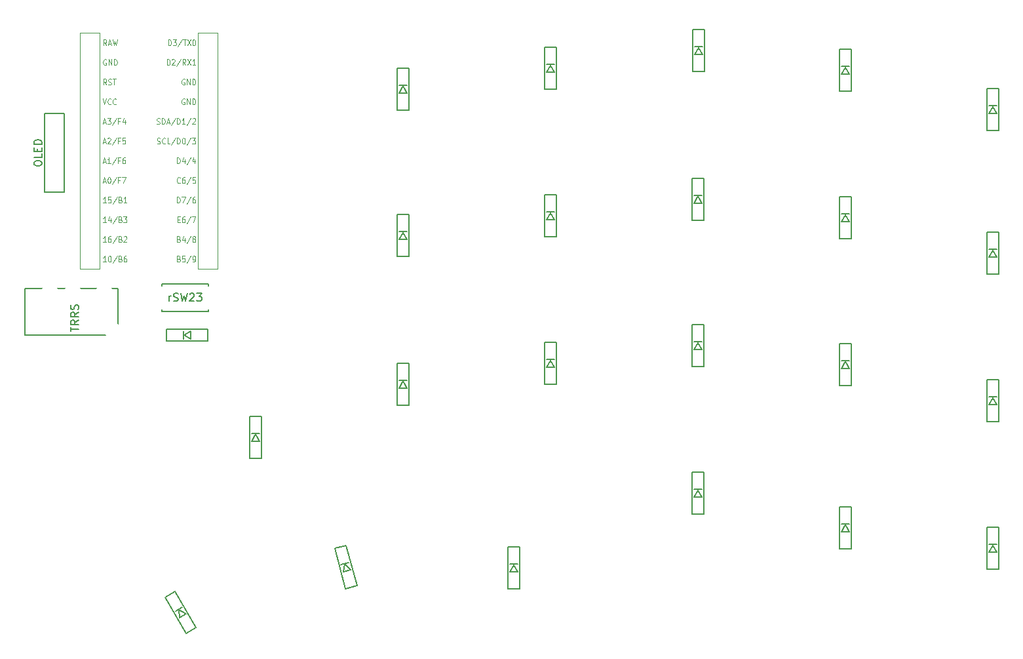
<source format=gbr>
%TF.GenerationSoftware,KiCad,Pcbnew,7.0.10*%
%TF.CreationDate,2024-09-26T01:27:18+09:00*%
%TF.ProjectId,keyboard_denchi_right,6b657962-6f61-4726-945f-64656e636869,rev?*%
%TF.SameCoordinates,Original*%
%TF.FileFunction,Legend,Top*%
%TF.FilePolarity,Positive*%
%FSLAX46Y46*%
G04 Gerber Fmt 4.6, Leading zero omitted, Abs format (unit mm)*
G04 Created by KiCad (PCBNEW 7.0.10) date 2024-09-26 01:27:18*
%MOMM*%
%LPD*%
G01*
G04 APERTURE LIST*
G04 Aperture macros list*
%AMHorizOval*
0 Thick line with rounded ends*
0 $1 width*
0 $2 $3 position (X,Y) of the first rounded end (center of the circle)*
0 $4 $5 position (X,Y) of the second rounded end (center of the circle)*
0 Add line between two ends*
20,1,$1,$2,$3,$4,$5,0*
0 Add two circle primitives to create the rounded ends*
1,1,$1,$2,$3*
1,1,$1,$4,$5*%
%AMRotRect*
0 Rectangle, with rotation*
0 The origin of the aperture is its center*
0 $1 length*
0 $2 width*
0 $3 Rotation angle, in degrees counterclockwise*
0 Add horizontal line*
21,1,$1,$2,0,0,$3*%
G04 Aperture macros list end*
%ADD10C,0.150000*%
%ADD11C,0.125000*%
%ADD12C,0.120000*%
%ADD13R,1.397000X1.397000*%
%ADD14C,1.397000*%
%ADD15RotRect,1.397000X1.397000X285.000000*%
%ADD16RotRect,1.397000X1.397000X300.000000*%
%ADD17R,0.950000X1.300000*%
%ADD18C,1.700000*%
%ADD19C,3.400000*%
%ADD20O,1.600000X1.200000*%
%ADD21C,2.000000*%
%ADD22RotRect,1.300000X0.950000X285.000000*%
%ADD23HorizOval,1.200000X0.193185X0.051764X-0.193185X-0.051764X0*%
%ADD24RotRect,1.300000X0.950000X300.000000*%
%ADD25HorizOval,1.200000X0.173205X0.100000X-0.173205X-0.100000X0*%
%ADD26C,1.500000*%
%ADD27O,2.500000X1.700000*%
%ADD28R,1.300000X0.950000*%
%ADD29C,1.524000*%
G04 APERTURE END LIST*
D10*
X105163571Y-103681819D02*
X105163571Y-103015152D01*
X105163571Y-103205628D02*
X105211190Y-103110390D01*
X105211190Y-103110390D02*
X105258809Y-103062771D01*
X105258809Y-103062771D02*
X105354047Y-103015152D01*
X105354047Y-103015152D02*
X105449285Y-103015152D01*
X105735000Y-103634200D02*
X105877857Y-103681819D01*
X105877857Y-103681819D02*
X106115952Y-103681819D01*
X106115952Y-103681819D02*
X106211190Y-103634200D01*
X106211190Y-103634200D02*
X106258809Y-103586580D01*
X106258809Y-103586580D02*
X106306428Y-103491342D01*
X106306428Y-103491342D02*
X106306428Y-103396104D01*
X106306428Y-103396104D02*
X106258809Y-103300866D01*
X106258809Y-103300866D02*
X106211190Y-103253247D01*
X106211190Y-103253247D02*
X106115952Y-103205628D01*
X106115952Y-103205628D02*
X105925476Y-103158009D01*
X105925476Y-103158009D02*
X105830238Y-103110390D01*
X105830238Y-103110390D02*
X105782619Y-103062771D01*
X105782619Y-103062771D02*
X105735000Y-102967533D01*
X105735000Y-102967533D02*
X105735000Y-102872295D01*
X105735000Y-102872295D02*
X105782619Y-102777057D01*
X105782619Y-102777057D02*
X105830238Y-102729438D01*
X105830238Y-102729438D02*
X105925476Y-102681819D01*
X105925476Y-102681819D02*
X106163571Y-102681819D01*
X106163571Y-102681819D02*
X106306428Y-102729438D01*
X106639762Y-102681819D02*
X106877857Y-103681819D01*
X106877857Y-103681819D02*
X107068333Y-102967533D01*
X107068333Y-102967533D02*
X107258809Y-103681819D01*
X107258809Y-103681819D02*
X107496905Y-102681819D01*
X107830238Y-102777057D02*
X107877857Y-102729438D01*
X107877857Y-102729438D02*
X107973095Y-102681819D01*
X107973095Y-102681819D02*
X108211190Y-102681819D01*
X108211190Y-102681819D02*
X108306428Y-102729438D01*
X108306428Y-102729438D02*
X108354047Y-102777057D01*
X108354047Y-102777057D02*
X108401666Y-102872295D01*
X108401666Y-102872295D02*
X108401666Y-102967533D01*
X108401666Y-102967533D02*
X108354047Y-103110390D01*
X108354047Y-103110390D02*
X107782619Y-103681819D01*
X107782619Y-103681819D02*
X108401666Y-103681819D01*
X108735000Y-102681819D02*
X109354047Y-102681819D01*
X109354047Y-102681819D02*
X109020714Y-103062771D01*
X109020714Y-103062771D02*
X109163571Y-103062771D01*
X109163571Y-103062771D02*
X109258809Y-103110390D01*
X109258809Y-103110390D02*
X109306428Y-103158009D01*
X109306428Y-103158009D02*
X109354047Y-103253247D01*
X109354047Y-103253247D02*
X109354047Y-103491342D01*
X109354047Y-103491342D02*
X109306428Y-103586580D01*
X109306428Y-103586580D02*
X109258809Y-103634200D01*
X109258809Y-103634200D02*
X109163571Y-103681819D01*
X109163571Y-103681819D02*
X108877857Y-103681819D01*
X108877857Y-103681819D02*
X108782619Y-103634200D01*
X108782619Y-103634200D02*
X108735000Y-103586580D01*
X92438819Y-107590404D02*
X92438819Y-107018976D01*
X93438819Y-107304690D02*
X92438819Y-107304690D01*
X93438819Y-106114214D02*
X92962628Y-106447547D01*
X93438819Y-106685642D02*
X92438819Y-106685642D01*
X92438819Y-106685642D02*
X92438819Y-106304690D01*
X92438819Y-106304690D02*
X92486438Y-106209452D01*
X92486438Y-106209452D02*
X92534057Y-106161833D01*
X92534057Y-106161833D02*
X92629295Y-106114214D01*
X92629295Y-106114214D02*
X92772152Y-106114214D01*
X92772152Y-106114214D02*
X92867390Y-106161833D01*
X92867390Y-106161833D02*
X92915009Y-106209452D01*
X92915009Y-106209452D02*
X92962628Y-106304690D01*
X92962628Y-106304690D02*
X92962628Y-106685642D01*
X93438819Y-105114214D02*
X92962628Y-105447547D01*
X93438819Y-105685642D02*
X92438819Y-105685642D01*
X92438819Y-105685642D02*
X92438819Y-105304690D01*
X92438819Y-105304690D02*
X92486438Y-105209452D01*
X92486438Y-105209452D02*
X92534057Y-105161833D01*
X92534057Y-105161833D02*
X92629295Y-105114214D01*
X92629295Y-105114214D02*
X92772152Y-105114214D01*
X92772152Y-105114214D02*
X92867390Y-105161833D01*
X92867390Y-105161833D02*
X92915009Y-105209452D01*
X92915009Y-105209452D02*
X92962628Y-105304690D01*
X92962628Y-105304690D02*
X92962628Y-105685642D01*
X93391200Y-104733261D02*
X93438819Y-104590404D01*
X93438819Y-104590404D02*
X93438819Y-104352309D01*
X93438819Y-104352309D02*
X93391200Y-104257071D01*
X93391200Y-104257071D02*
X93343580Y-104209452D01*
X93343580Y-104209452D02*
X93248342Y-104161833D01*
X93248342Y-104161833D02*
X93153104Y-104161833D01*
X93153104Y-104161833D02*
X93057866Y-104209452D01*
X93057866Y-104209452D02*
X93010247Y-104257071D01*
X93010247Y-104257071D02*
X92962628Y-104352309D01*
X92962628Y-104352309D02*
X92915009Y-104542785D01*
X92915009Y-104542785D02*
X92867390Y-104638023D01*
X92867390Y-104638023D02*
X92819771Y-104685642D01*
X92819771Y-104685642D02*
X92724533Y-104733261D01*
X92724533Y-104733261D02*
X92629295Y-104733261D01*
X92629295Y-104733261D02*
X92534057Y-104685642D01*
X92534057Y-104685642D02*
X92486438Y-104638023D01*
X92486438Y-104638023D02*
X92438819Y-104542785D01*
X92438819Y-104542785D02*
X92438819Y-104304690D01*
X92438819Y-104304690D02*
X92486438Y-104161833D01*
X87698819Y-85987380D02*
X87698819Y-85796904D01*
X87698819Y-85796904D02*
X87746438Y-85701666D01*
X87746438Y-85701666D02*
X87841676Y-85606428D01*
X87841676Y-85606428D02*
X88032152Y-85558809D01*
X88032152Y-85558809D02*
X88365485Y-85558809D01*
X88365485Y-85558809D02*
X88555961Y-85606428D01*
X88555961Y-85606428D02*
X88651200Y-85701666D01*
X88651200Y-85701666D02*
X88698819Y-85796904D01*
X88698819Y-85796904D02*
X88698819Y-85987380D01*
X88698819Y-85987380D02*
X88651200Y-86082618D01*
X88651200Y-86082618D02*
X88555961Y-86177856D01*
X88555961Y-86177856D02*
X88365485Y-86225475D01*
X88365485Y-86225475D02*
X88032152Y-86225475D01*
X88032152Y-86225475D02*
X87841676Y-86177856D01*
X87841676Y-86177856D02*
X87746438Y-86082618D01*
X87746438Y-86082618D02*
X87698819Y-85987380D01*
X88698819Y-84654047D02*
X88698819Y-85130237D01*
X88698819Y-85130237D02*
X87698819Y-85130237D01*
X88175009Y-84320713D02*
X88175009Y-83987380D01*
X88698819Y-83844523D02*
X88698819Y-84320713D01*
X88698819Y-84320713D02*
X87698819Y-84320713D01*
X87698819Y-84320713D02*
X87698819Y-83844523D01*
X88698819Y-83415951D02*
X87698819Y-83415951D01*
X87698819Y-83415951D02*
X87698819Y-83177856D01*
X87698819Y-83177856D02*
X87746438Y-83034999D01*
X87746438Y-83034999D02*
X87841676Y-82939761D01*
X87841676Y-82939761D02*
X87936914Y-82892142D01*
X87936914Y-82892142D02*
X88127390Y-82844523D01*
X88127390Y-82844523D02*
X88270247Y-82844523D01*
X88270247Y-82844523D02*
X88460723Y-82892142D01*
X88460723Y-82892142D02*
X88555961Y-82939761D01*
X88555961Y-82939761D02*
X88651200Y-83034999D01*
X88651200Y-83034999D02*
X88698819Y-83177856D01*
X88698819Y-83177856D02*
X88698819Y-83415951D01*
D11*
X106188828Y-90994464D02*
X106188828Y-90244464D01*
X106188828Y-90244464D02*
X106348352Y-90244464D01*
X106348352Y-90244464D02*
X106444066Y-90280178D01*
X106444066Y-90280178D02*
X106507876Y-90351607D01*
X106507876Y-90351607D02*
X106539781Y-90423035D01*
X106539781Y-90423035D02*
X106571685Y-90565892D01*
X106571685Y-90565892D02*
X106571685Y-90673035D01*
X106571685Y-90673035D02*
X106539781Y-90815892D01*
X106539781Y-90815892D02*
X106507876Y-90887321D01*
X106507876Y-90887321D02*
X106444066Y-90958750D01*
X106444066Y-90958750D02*
X106348352Y-90994464D01*
X106348352Y-90994464D02*
X106188828Y-90994464D01*
X106795019Y-90244464D02*
X107241685Y-90244464D01*
X107241685Y-90244464D02*
X106954543Y-90994464D01*
X107975495Y-90208750D02*
X107401209Y-91173035D01*
X108485971Y-90244464D02*
X108358352Y-90244464D01*
X108358352Y-90244464D02*
X108294543Y-90280178D01*
X108294543Y-90280178D02*
X108262638Y-90315892D01*
X108262638Y-90315892D02*
X108198828Y-90423035D01*
X108198828Y-90423035D02*
X108166924Y-90565892D01*
X108166924Y-90565892D02*
X108166924Y-90851607D01*
X108166924Y-90851607D02*
X108198828Y-90923035D01*
X108198828Y-90923035D02*
X108230733Y-90958750D01*
X108230733Y-90958750D02*
X108294543Y-90994464D01*
X108294543Y-90994464D02*
X108422162Y-90994464D01*
X108422162Y-90994464D02*
X108485971Y-90958750D01*
X108485971Y-90958750D02*
X108517876Y-90923035D01*
X108517876Y-90923035D02*
X108549781Y-90851607D01*
X108549781Y-90851607D02*
X108549781Y-90673035D01*
X108549781Y-90673035D02*
X108517876Y-90601607D01*
X108517876Y-90601607D02*
X108485971Y-90565892D01*
X108485971Y-90565892D02*
X108422162Y-90530178D01*
X108422162Y-90530178D02*
X108294543Y-90530178D01*
X108294543Y-90530178D02*
X108230733Y-90565892D01*
X108230733Y-90565892D02*
X108198828Y-90601607D01*
X108198828Y-90601607D02*
X108166924Y-90673035D01*
X106412162Y-98221607D02*
X106507876Y-98257321D01*
X106507876Y-98257321D02*
X106539781Y-98293035D01*
X106539781Y-98293035D02*
X106571685Y-98364464D01*
X106571685Y-98364464D02*
X106571685Y-98471607D01*
X106571685Y-98471607D02*
X106539781Y-98543035D01*
X106539781Y-98543035D02*
X106507876Y-98578750D01*
X106507876Y-98578750D02*
X106444066Y-98614464D01*
X106444066Y-98614464D02*
X106188828Y-98614464D01*
X106188828Y-98614464D02*
X106188828Y-97864464D01*
X106188828Y-97864464D02*
X106412162Y-97864464D01*
X106412162Y-97864464D02*
X106475971Y-97900178D01*
X106475971Y-97900178D02*
X106507876Y-97935892D01*
X106507876Y-97935892D02*
X106539781Y-98007321D01*
X106539781Y-98007321D02*
X106539781Y-98078750D01*
X106539781Y-98078750D02*
X106507876Y-98150178D01*
X106507876Y-98150178D02*
X106475971Y-98185892D01*
X106475971Y-98185892D02*
X106412162Y-98221607D01*
X106412162Y-98221607D02*
X106188828Y-98221607D01*
X107177876Y-97864464D02*
X106858828Y-97864464D01*
X106858828Y-97864464D02*
X106826924Y-98221607D01*
X106826924Y-98221607D02*
X106858828Y-98185892D01*
X106858828Y-98185892D02*
X106922638Y-98150178D01*
X106922638Y-98150178D02*
X107082162Y-98150178D01*
X107082162Y-98150178D02*
X107145971Y-98185892D01*
X107145971Y-98185892D02*
X107177876Y-98221607D01*
X107177876Y-98221607D02*
X107209781Y-98293035D01*
X107209781Y-98293035D02*
X107209781Y-98471607D01*
X107209781Y-98471607D02*
X107177876Y-98543035D01*
X107177876Y-98543035D02*
X107145971Y-98578750D01*
X107145971Y-98578750D02*
X107082162Y-98614464D01*
X107082162Y-98614464D02*
X106922638Y-98614464D01*
X106922638Y-98614464D02*
X106858828Y-98578750D01*
X106858828Y-98578750D02*
X106826924Y-98543035D01*
X107975495Y-97828750D02*
X107401209Y-98793035D01*
X108230733Y-98614464D02*
X108358352Y-98614464D01*
X108358352Y-98614464D02*
X108422162Y-98578750D01*
X108422162Y-98578750D02*
X108454066Y-98543035D01*
X108454066Y-98543035D02*
X108517876Y-98435892D01*
X108517876Y-98435892D02*
X108549781Y-98293035D01*
X108549781Y-98293035D02*
X108549781Y-98007321D01*
X108549781Y-98007321D02*
X108517876Y-97935892D01*
X108517876Y-97935892D02*
X108485971Y-97900178D01*
X108485971Y-97900178D02*
X108422162Y-97864464D01*
X108422162Y-97864464D02*
X108294543Y-97864464D01*
X108294543Y-97864464D02*
X108230733Y-97900178D01*
X108230733Y-97900178D02*
X108198828Y-97935892D01*
X108198828Y-97935892D02*
X108166924Y-98007321D01*
X108166924Y-98007321D02*
X108166924Y-98185892D01*
X108166924Y-98185892D02*
X108198828Y-98257321D01*
X108198828Y-98257321D02*
X108230733Y-98293035D01*
X108230733Y-98293035D02*
X108294543Y-98328750D01*
X108294543Y-98328750D02*
X108422162Y-98328750D01*
X108422162Y-98328750D02*
X108485971Y-98293035D01*
X108485971Y-98293035D02*
X108517876Y-98257321D01*
X108517876Y-98257321D02*
X108549781Y-98185892D01*
X103572638Y-80798750D02*
X103668352Y-80834464D01*
X103668352Y-80834464D02*
X103827876Y-80834464D01*
X103827876Y-80834464D02*
X103891685Y-80798750D01*
X103891685Y-80798750D02*
X103923590Y-80763035D01*
X103923590Y-80763035D02*
X103955495Y-80691607D01*
X103955495Y-80691607D02*
X103955495Y-80620178D01*
X103955495Y-80620178D02*
X103923590Y-80548750D01*
X103923590Y-80548750D02*
X103891685Y-80513035D01*
X103891685Y-80513035D02*
X103827876Y-80477321D01*
X103827876Y-80477321D02*
X103700257Y-80441607D01*
X103700257Y-80441607D02*
X103636447Y-80405892D01*
X103636447Y-80405892D02*
X103604542Y-80370178D01*
X103604542Y-80370178D02*
X103572638Y-80298750D01*
X103572638Y-80298750D02*
X103572638Y-80227321D01*
X103572638Y-80227321D02*
X103604542Y-80155892D01*
X103604542Y-80155892D02*
X103636447Y-80120178D01*
X103636447Y-80120178D02*
X103700257Y-80084464D01*
X103700257Y-80084464D02*
X103859780Y-80084464D01*
X103859780Y-80084464D02*
X103955495Y-80120178D01*
X104242637Y-80834464D02*
X104242637Y-80084464D01*
X104242637Y-80084464D02*
X104402161Y-80084464D01*
X104402161Y-80084464D02*
X104497875Y-80120178D01*
X104497875Y-80120178D02*
X104561685Y-80191607D01*
X104561685Y-80191607D02*
X104593590Y-80263035D01*
X104593590Y-80263035D02*
X104625494Y-80405892D01*
X104625494Y-80405892D02*
X104625494Y-80513035D01*
X104625494Y-80513035D02*
X104593590Y-80655892D01*
X104593590Y-80655892D02*
X104561685Y-80727321D01*
X104561685Y-80727321D02*
X104497875Y-80798750D01*
X104497875Y-80798750D02*
X104402161Y-80834464D01*
X104402161Y-80834464D02*
X104242637Y-80834464D01*
X104880733Y-80620178D02*
X105199780Y-80620178D01*
X104816923Y-80834464D02*
X105040256Y-80084464D01*
X105040256Y-80084464D02*
X105263590Y-80834464D01*
X105965495Y-80048750D02*
X105391209Y-81013035D01*
X106188828Y-80834464D02*
X106188828Y-80084464D01*
X106188828Y-80084464D02*
X106348352Y-80084464D01*
X106348352Y-80084464D02*
X106444066Y-80120178D01*
X106444066Y-80120178D02*
X106507876Y-80191607D01*
X106507876Y-80191607D02*
X106539781Y-80263035D01*
X106539781Y-80263035D02*
X106571685Y-80405892D01*
X106571685Y-80405892D02*
X106571685Y-80513035D01*
X106571685Y-80513035D02*
X106539781Y-80655892D01*
X106539781Y-80655892D02*
X106507876Y-80727321D01*
X106507876Y-80727321D02*
X106444066Y-80798750D01*
X106444066Y-80798750D02*
X106348352Y-80834464D01*
X106348352Y-80834464D02*
X106188828Y-80834464D01*
X107209781Y-80834464D02*
X106826924Y-80834464D01*
X107018352Y-80834464D02*
X107018352Y-80084464D01*
X107018352Y-80084464D02*
X106954543Y-80191607D01*
X106954543Y-80191607D02*
X106890733Y-80263035D01*
X106890733Y-80263035D02*
X106826924Y-80298750D01*
X107975495Y-80048750D02*
X107401209Y-81013035D01*
X108166924Y-80155892D02*
X108198828Y-80120178D01*
X108198828Y-80120178D02*
X108262638Y-80084464D01*
X108262638Y-80084464D02*
X108422162Y-80084464D01*
X108422162Y-80084464D02*
X108485971Y-80120178D01*
X108485971Y-80120178D02*
X108517876Y-80155892D01*
X108517876Y-80155892D02*
X108549781Y-80227321D01*
X108549781Y-80227321D02*
X108549781Y-80298750D01*
X108549781Y-80298750D02*
X108517876Y-80405892D01*
X108517876Y-80405892D02*
X108135019Y-80834464D01*
X108135019Y-80834464D02*
X108549781Y-80834464D01*
X97051447Y-75754464D02*
X96828114Y-75397321D01*
X96668590Y-75754464D02*
X96668590Y-75004464D01*
X96668590Y-75004464D02*
X96923828Y-75004464D01*
X96923828Y-75004464D02*
X96987638Y-75040178D01*
X96987638Y-75040178D02*
X97019543Y-75075892D01*
X97019543Y-75075892D02*
X97051447Y-75147321D01*
X97051447Y-75147321D02*
X97051447Y-75254464D01*
X97051447Y-75254464D02*
X97019543Y-75325892D01*
X97019543Y-75325892D02*
X96987638Y-75361607D01*
X96987638Y-75361607D02*
X96923828Y-75397321D01*
X96923828Y-75397321D02*
X96668590Y-75397321D01*
X97306686Y-75718750D02*
X97402400Y-75754464D01*
X97402400Y-75754464D02*
X97561924Y-75754464D01*
X97561924Y-75754464D02*
X97625733Y-75718750D01*
X97625733Y-75718750D02*
X97657638Y-75683035D01*
X97657638Y-75683035D02*
X97689543Y-75611607D01*
X97689543Y-75611607D02*
X97689543Y-75540178D01*
X97689543Y-75540178D02*
X97657638Y-75468750D01*
X97657638Y-75468750D02*
X97625733Y-75433035D01*
X97625733Y-75433035D02*
X97561924Y-75397321D01*
X97561924Y-75397321D02*
X97434305Y-75361607D01*
X97434305Y-75361607D02*
X97370495Y-75325892D01*
X97370495Y-75325892D02*
X97338590Y-75290178D01*
X97338590Y-75290178D02*
X97306686Y-75218750D01*
X97306686Y-75218750D02*
X97306686Y-75147321D01*
X97306686Y-75147321D02*
X97338590Y-75075892D01*
X97338590Y-75075892D02*
X97370495Y-75040178D01*
X97370495Y-75040178D02*
X97434305Y-75004464D01*
X97434305Y-75004464D02*
X97593828Y-75004464D01*
X97593828Y-75004464D02*
X97689543Y-75040178D01*
X97880971Y-75004464D02*
X98263828Y-75004464D01*
X98072400Y-75754464D02*
X98072400Y-75004464D01*
X96636686Y-80620178D02*
X96955733Y-80620178D01*
X96572876Y-80834464D02*
X96796209Y-80084464D01*
X96796209Y-80084464D02*
X97019543Y-80834464D01*
X97179067Y-80084464D02*
X97593829Y-80084464D01*
X97593829Y-80084464D02*
X97370495Y-80370178D01*
X97370495Y-80370178D02*
X97466210Y-80370178D01*
X97466210Y-80370178D02*
X97530019Y-80405892D01*
X97530019Y-80405892D02*
X97561924Y-80441607D01*
X97561924Y-80441607D02*
X97593829Y-80513035D01*
X97593829Y-80513035D02*
X97593829Y-80691607D01*
X97593829Y-80691607D02*
X97561924Y-80763035D01*
X97561924Y-80763035D02*
X97530019Y-80798750D01*
X97530019Y-80798750D02*
X97466210Y-80834464D01*
X97466210Y-80834464D02*
X97274781Y-80834464D01*
X97274781Y-80834464D02*
X97210972Y-80798750D01*
X97210972Y-80798750D02*
X97179067Y-80763035D01*
X98359543Y-80048750D02*
X97785257Y-81013035D01*
X98806210Y-80441607D02*
X98582876Y-80441607D01*
X98582876Y-80834464D02*
X98582876Y-80084464D01*
X98582876Y-80084464D02*
X98901924Y-80084464D01*
X99444305Y-80334464D02*
X99444305Y-80834464D01*
X99284781Y-80048750D02*
X99125258Y-80584464D01*
X99125258Y-80584464D02*
X99540019Y-80584464D01*
X97019543Y-90994464D02*
X96636686Y-90994464D01*
X96828114Y-90994464D02*
X96828114Y-90244464D01*
X96828114Y-90244464D02*
X96764305Y-90351607D01*
X96764305Y-90351607D02*
X96700495Y-90423035D01*
X96700495Y-90423035D02*
X96636686Y-90458750D01*
X97625733Y-90244464D02*
X97306685Y-90244464D01*
X97306685Y-90244464D02*
X97274781Y-90601607D01*
X97274781Y-90601607D02*
X97306685Y-90565892D01*
X97306685Y-90565892D02*
X97370495Y-90530178D01*
X97370495Y-90530178D02*
X97530019Y-90530178D01*
X97530019Y-90530178D02*
X97593828Y-90565892D01*
X97593828Y-90565892D02*
X97625733Y-90601607D01*
X97625733Y-90601607D02*
X97657638Y-90673035D01*
X97657638Y-90673035D02*
X97657638Y-90851607D01*
X97657638Y-90851607D02*
X97625733Y-90923035D01*
X97625733Y-90923035D02*
X97593828Y-90958750D01*
X97593828Y-90958750D02*
X97530019Y-90994464D01*
X97530019Y-90994464D02*
X97370495Y-90994464D01*
X97370495Y-90994464D02*
X97306685Y-90958750D01*
X97306685Y-90958750D02*
X97274781Y-90923035D01*
X98423352Y-90208750D02*
X97849066Y-91173035D01*
X98870019Y-90601607D02*
X98965733Y-90637321D01*
X98965733Y-90637321D02*
X98997638Y-90673035D01*
X98997638Y-90673035D02*
X99029542Y-90744464D01*
X99029542Y-90744464D02*
X99029542Y-90851607D01*
X99029542Y-90851607D02*
X98997638Y-90923035D01*
X98997638Y-90923035D02*
X98965733Y-90958750D01*
X98965733Y-90958750D02*
X98901923Y-90994464D01*
X98901923Y-90994464D02*
X98646685Y-90994464D01*
X98646685Y-90994464D02*
X98646685Y-90244464D01*
X98646685Y-90244464D02*
X98870019Y-90244464D01*
X98870019Y-90244464D02*
X98933828Y-90280178D01*
X98933828Y-90280178D02*
X98965733Y-90315892D01*
X98965733Y-90315892D02*
X98997638Y-90387321D01*
X98997638Y-90387321D02*
X98997638Y-90458750D01*
X98997638Y-90458750D02*
X98965733Y-90530178D01*
X98965733Y-90530178D02*
X98933828Y-90565892D01*
X98933828Y-90565892D02*
X98870019Y-90601607D01*
X98870019Y-90601607D02*
X98646685Y-90601607D01*
X99667638Y-90994464D02*
X99284781Y-90994464D01*
X99476209Y-90994464D02*
X99476209Y-90244464D01*
X99476209Y-90244464D02*
X99412400Y-90351607D01*
X99412400Y-90351607D02*
X99348590Y-90423035D01*
X99348590Y-90423035D02*
X99284781Y-90458750D01*
X106571685Y-88383035D02*
X106539781Y-88418750D01*
X106539781Y-88418750D02*
X106444066Y-88454464D01*
X106444066Y-88454464D02*
X106380257Y-88454464D01*
X106380257Y-88454464D02*
X106284543Y-88418750D01*
X106284543Y-88418750D02*
X106220733Y-88347321D01*
X106220733Y-88347321D02*
X106188828Y-88275892D01*
X106188828Y-88275892D02*
X106156924Y-88133035D01*
X106156924Y-88133035D02*
X106156924Y-88025892D01*
X106156924Y-88025892D02*
X106188828Y-87883035D01*
X106188828Y-87883035D02*
X106220733Y-87811607D01*
X106220733Y-87811607D02*
X106284543Y-87740178D01*
X106284543Y-87740178D02*
X106380257Y-87704464D01*
X106380257Y-87704464D02*
X106444066Y-87704464D01*
X106444066Y-87704464D02*
X106539781Y-87740178D01*
X106539781Y-87740178D02*
X106571685Y-87775892D01*
X107145971Y-87704464D02*
X107018352Y-87704464D01*
X107018352Y-87704464D02*
X106954543Y-87740178D01*
X106954543Y-87740178D02*
X106922638Y-87775892D01*
X106922638Y-87775892D02*
X106858828Y-87883035D01*
X106858828Y-87883035D02*
X106826924Y-88025892D01*
X106826924Y-88025892D02*
X106826924Y-88311607D01*
X106826924Y-88311607D02*
X106858828Y-88383035D01*
X106858828Y-88383035D02*
X106890733Y-88418750D01*
X106890733Y-88418750D02*
X106954543Y-88454464D01*
X106954543Y-88454464D02*
X107082162Y-88454464D01*
X107082162Y-88454464D02*
X107145971Y-88418750D01*
X107145971Y-88418750D02*
X107177876Y-88383035D01*
X107177876Y-88383035D02*
X107209781Y-88311607D01*
X107209781Y-88311607D02*
X107209781Y-88133035D01*
X107209781Y-88133035D02*
X107177876Y-88061607D01*
X107177876Y-88061607D02*
X107145971Y-88025892D01*
X107145971Y-88025892D02*
X107082162Y-87990178D01*
X107082162Y-87990178D02*
X106954543Y-87990178D01*
X106954543Y-87990178D02*
X106890733Y-88025892D01*
X106890733Y-88025892D02*
X106858828Y-88061607D01*
X106858828Y-88061607D02*
X106826924Y-88133035D01*
X107975495Y-87668750D02*
X107401209Y-88633035D01*
X108517876Y-87704464D02*
X108198828Y-87704464D01*
X108198828Y-87704464D02*
X108166924Y-88061607D01*
X108166924Y-88061607D02*
X108198828Y-88025892D01*
X108198828Y-88025892D02*
X108262638Y-87990178D01*
X108262638Y-87990178D02*
X108422162Y-87990178D01*
X108422162Y-87990178D02*
X108485971Y-88025892D01*
X108485971Y-88025892D02*
X108517876Y-88061607D01*
X108517876Y-88061607D02*
X108549781Y-88133035D01*
X108549781Y-88133035D02*
X108549781Y-88311607D01*
X108549781Y-88311607D02*
X108517876Y-88383035D01*
X108517876Y-88383035D02*
X108485971Y-88418750D01*
X108485971Y-88418750D02*
X108422162Y-88454464D01*
X108422162Y-88454464D02*
X108262638Y-88454464D01*
X108262638Y-88454464D02*
X108198828Y-88418750D01*
X108198828Y-88418750D02*
X108166924Y-88383035D01*
X106252638Y-93141607D02*
X106475972Y-93141607D01*
X106571686Y-93534464D02*
X106252638Y-93534464D01*
X106252638Y-93534464D02*
X106252638Y-92784464D01*
X106252638Y-92784464D02*
X106571686Y-92784464D01*
X107145971Y-92784464D02*
X107018352Y-92784464D01*
X107018352Y-92784464D02*
X106954543Y-92820178D01*
X106954543Y-92820178D02*
X106922638Y-92855892D01*
X106922638Y-92855892D02*
X106858828Y-92963035D01*
X106858828Y-92963035D02*
X106826924Y-93105892D01*
X106826924Y-93105892D02*
X106826924Y-93391607D01*
X106826924Y-93391607D02*
X106858828Y-93463035D01*
X106858828Y-93463035D02*
X106890733Y-93498750D01*
X106890733Y-93498750D02*
X106954543Y-93534464D01*
X106954543Y-93534464D02*
X107082162Y-93534464D01*
X107082162Y-93534464D02*
X107145971Y-93498750D01*
X107145971Y-93498750D02*
X107177876Y-93463035D01*
X107177876Y-93463035D02*
X107209781Y-93391607D01*
X107209781Y-93391607D02*
X107209781Y-93213035D01*
X107209781Y-93213035D02*
X107177876Y-93141607D01*
X107177876Y-93141607D02*
X107145971Y-93105892D01*
X107145971Y-93105892D02*
X107082162Y-93070178D01*
X107082162Y-93070178D02*
X106954543Y-93070178D01*
X106954543Y-93070178D02*
X106890733Y-93105892D01*
X106890733Y-93105892D02*
X106858828Y-93141607D01*
X106858828Y-93141607D02*
X106826924Y-93213035D01*
X107975495Y-92748750D02*
X107401209Y-93713035D01*
X108135019Y-92784464D02*
X108581685Y-92784464D01*
X108581685Y-92784464D02*
X108294543Y-93534464D01*
X107145971Y-77580178D02*
X107082161Y-77544464D01*
X107082161Y-77544464D02*
X106986447Y-77544464D01*
X106986447Y-77544464D02*
X106890733Y-77580178D01*
X106890733Y-77580178D02*
X106826923Y-77651607D01*
X106826923Y-77651607D02*
X106795018Y-77723035D01*
X106795018Y-77723035D02*
X106763114Y-77865892D01*
X106763114Y-77865892D02*
X106763114Y-77973035D01*
X106763114Y-77973035D02*
X106795018Y-78115892D01*
X106795018Y-78115892D02*
X106826923Y-78187321D01*
X106826923Y-78187321D02*
X106890733Y-78258750D01*
X106890733Y-78258750D02*
X106986447Y-78294464D01*
X106986447Y-78294464D02*
X107050256Y-78294464D01*
X107050256Y-78294464D02*
X107145971Y-78258750D01*
X107145971Y-78258750D02*
X107177875Y-78223035D01*
X107177875Y-78223035D02*
X107177875Y-77973035D01*
X107177875Y-77973035D02*
X107050256Y-77973035D01*
X107465018Y-78294464D02*
X107465018Y-77544464D01*
X107465018Y-77544464D02*
X107847875Y-78294464D01*
X107847875Y-78294464D02*
X107847875Y-77544464D01*
X108166923Y-78294464D02*
X108166923Y-77544464D01*
X108166923Y-77544464D02*
X108326447Y-77544464D01*
X108326447Y-77544464D02*
X108422161Y-77580178D01*
X108422161Y-77580178D02*
X108485971Y-77651607D01*
X108485971Y-77651607D02*
X108517876Y-77723035D01*
X108517876Y-77723035D02*
X108549780Y-77865892D01*
X108549780Y-77865892D02*
X108549780Y-77973035D01*
X108549780Y-77973035D02*
X108517876Y-78115892D01*
X108517876Y-78115892D02*
X108485971Y-78187321D01*
X108485971Y-78187321D02*
X108422161Y-78258750D01*
X108422161Y-78258750D02*
X108326447Y-78294464D01*
X108326447Y-78294464D02*
X108166923Y-78294464D01*
X97051447Y-70674464D02*
X96828114Y-70317321D01*
X96668590Y-70674464D02*
X96668590Y-69924464D01*
X96668590Y-69924464D02*
X96923828Y-69924464D01*
X96923828Y-69924464D02*
X96987638Y-69960178D01*
X96987638Y-69960178D02*
X97019543Y-69995892D01*
X97019543Y-69995892D02*
X97051447Y-70067321D01*
X97051447Y-70067321D02*
X97051447Y-70174464D01*
X97051447Y-70174464D02*
X97019543Y-70245892D01*
X97019543Y-70245892D02*
X96987638Y-70281607D01*
X96987638Y-70281607D02*
X96923828Y-70317321D01*
X96923828Y-70317321D02*
X96668590Y-70317321D01*
X97306686Y-70460178D02*
X97625733Y-70460178D01*
X97242876Y-70674464D02*
X97466209Y-69924464D01*
X97466209Y-69924464D02*
X97689543Y-70674464D01*
X97849067Y-69924464D02*
X98008591Y-70674464D01*
X98008591Y-70674464D02*
X98136210Y-70138750D01*
X98136210Y-70138750D02*
X98263829Y-70674464D01*
X98263829Y-70674464D02*
X98423353Y-69924464D01*
X107145971Y-75040178D02*
X107082161Y-75004464D01*
X107082161Y-75004464D02*
X106986447Y-75004464D01*
X106986447Y-75004464D02*
X106890733Y-75040178D01*
X106890733Y-75040178D02*
X106826923Y-75111607D01*
X106826923Y-75111607D02*
X106795018Y-75183035D01*
X106795018Y-75183035D02*
X106763114Y-75325892D01*
X106763114Y-75325892D02*
X106763114Y-75433035D01*
X106763114Y-75433035D02*
X106795018Y-75575892D01*
X106795018Y-75575892D02*
X106826923Y-75647321D01*
X106826923Y-75647321D02*
X106890733Y-75718750D01*
X106890733Y-75718750D02*
X106986447Y-75754464D01*
X106986447Y-75754464D02*
X107050256Y-75754464D01*
X107050256Y-75754464D02*
X107145971Y-75718750D01*
X107145971Y-75718750D02*
X107177875Y-75683035D01*
X107177875Y-75683035D02*
X107177875Y-75433035D01*
X107177875Y-75433035D02*
X107050256Y-75433035D01*
X107465018Y-75754464D02*
X107465018Y-75004464D01*
X107465018Y-75004464D02*
X107847875Y-75754464D01*
X107847875Y-75754464D02*
X107847875Y-75004464D01*
X108166923Y-75754464D02*
X108166923Y-75004464D01*
X108166923Y-75004464D02*
X108326447Y-75004464D01*
X108326447Y-75004464D02*
X108422161Y-75040178D01*
X108422161Y-75040178D02*
X108485971Y-75111607D01*
X108485971Y-75111607D02*
X108517876Y-75183035D01*
X108517876Y-75183035D02*
X108549780Y-75325892D01*
X108549780Y-75325892D02*
X108549780Y-75433035D01*
X108549780Y-75433035D02*
X108517876Y-75575892D01*
X108517876Y-75575892D02*
X108485971Y-75647321D01*
X108485971Y-75647321D02*
X108422161Y-75718750D01*
X108422161Y-75718750D02*
X108326447Y-75754464D01*
X108326447Y-75754464D02*
X108166923Y-75754464D01*
X97019543Y-98614464D02*
X96636686Y-98614464D01*
X96828114Y-98614464D02*
X96828114Y-97864464D01*
X96828114Y-97864464D02*
X96764305Y-97971607D01*
X96764305Y-97971607D02*
X96700495Y-98043035D01*
X96700495Y-98043035D02*
X96636686Y-98078750D01*
X97434304Y-97864464D02*
X97498114Y-97864464D01*
X97498114Y-97864464D02*
X97561923Y-97900178D01*
X97561923Y-97900178D02*
X97593828Y-97935892D01*
X97593828Y-97935892D02*
X97625733Y-98007321D01*
X97625733Y-98007321D02*
X97657638Y-98150178D01*
X97657638Y-98150178D02*
X97657638Y-98328750D01*
X97657638Y-98328750D02*
X97625733Y-98471607D01*
X97625733Y-98471607D02*
X97593828Y-98543035D01*
X97593828Y-98543035D02*
X97561923Y-98578750D01*
X97561923Y-98578750D02*
X97498114Y-98614464D01*
X97498114Y-98614464D02*
X97434304Y-98614464D01*
X97434304Y-98614464D02*
X97370495Y-98578750D01*
X97370495Y-98578750D02*
X97338590Y-98543035D01*
X97338590Y-98543035D02*
X97306685Y-98471607D01*
X97306685Y-98471607D02*
X97274781Y-98328750D01*
X97274781Y-98328750D02*
X97274781Y-98150178D01*
X97274781Y-98150178D02*
X97306685Y-98007321D01*
X97306685Y-98007321D02*
X97338590Y-97935892D01*
X97338590Y-97935892D02*
X97370495Y-97900178D01*
X97370495Y-97900178D02*
X97434304Y-97864464D01*
X98423352Y-97828750D02*
X97849066Y-98793035D01*
X98870019Y-98221607D02*
X98965733Y-98257321D01*
X98965733Y-98257321D02*
X98997638Y-98293035D01*
X98997638Y-98293035D02*
X99029542Y-98364464D01*
X99029542Y-98364464D02*
X99029542Y-98471607D01*
X99029542Y-98471607D02*
X98997638Y-98543035D01*
X98997638Y-98543035D02*
X98965733Y-98578750D01*
X98965733Y-98578750D02*
X98901923Y-98614464D01*
X98901923Y-98614464D02*
X98646685Y-98614464D01*
X98646685Y-98614464D02*
X98646685Y-97864464D01*
X98646685Y-97864464D02*
X98870019Y-97864464D01*
X98870019Y-97864464D02*
X98933828Y-97900178D01*
X98933828Y-97900178D02*
X98965733Y-97935892D01*
X98965733Y-97935892D02*
X98997638Y-98007321D01*
X98997638Y-98007321D02*
X98997638Y-98078750D01*
X98997638Y-98078750D02*
X98965733Y-98150178D01*
X98965733Y-98150178D02*
X98933828Y-98185892D01*
X98933828Y-98185892D02*
X98870019Y-98221607D01*
X98870019Y-98221607D02*
X98646685Y-98221607D01*
X99603828Y-97864464D02*
X99476209Y-97864464D01*
X99476209Y-97864464D02*
X99412400Y-97900178D01*
X99412400Y-97900178D02*
X99380495Y-97935892D01*
X99380495Y-97935892D02*
X99316685Y-98043035D01*
X99316685Y-98043035D02*
X99284781Y-98185892D01*
X99284781Y-98185892D02*
X99284781Y-98471607D01*
X99284781Y-98471607D02*
X99316685Y-98543035D01*
X99316685Y-98543035D02*
X99348590Y-98578750D01*
X99348590Y-98578750D02*
X99412400Y-98614464D01*
X99412400Y-98614464D02*
X99540019Y-98614464D01*
X99540019Y-98614464D02*
X99603828Y-98578750D01*
X99603828Y-98578750D02*
X99635733Y-98543035D01*
X99635733Y-98543035D02*
X99667638Y-98471607D01*
X99667638Y-98471607D02*
X99667638Y-98293035D01*
X99667638Y-98293035D02*
X99635733Y-98221607D01*
X99635733Y-98221607D02*
X99603828Y-98185892D01*
X99603828Y-98185892D02*
X99540019Y-98150178D01*
X99540019Y-98150178D02*
X99412400Y-98150178D01*
X99412400Y-98150178D02*
X99348590Y-98185892D01*
X99348590Y-98185892D02*
X99316685Y-98221607D01*
X99316685Y-98221607D02*
X99284781Y-98293035D01*
X106412162Y-95681607D02*
X106507876Y-95717321D01*
X106507876Y-95717321D02*
X106539781Y-95753035D01*
X106539781Y-95753035D02*
X106571685Y-95824464D01*
X106571685Y-95824464D02*
X106571685Y-95931607D01*
X106571685Y-95931607D02*
X106539781Y-96003035D01*
X106539781Y-96003035D02*
X106507876Y-96038750D01*
X106507876Y-96038750D02*
X106444066Y-96074464D01*
X106444066Y-96074464D02*
X106188828Y-96074464D01*
X106188828Y-96074464D02*
X106188828Y-95324464D01*
X106188828Y-95324464D02*
X106412162Y-95324464D01*
X106412162Y-95324464D02*
X106475971Y-95360178D01*
X106475971Y-95360178D02*
X106507876Y-95395892D01*
X106507876Y-95395892D02*
X106539781Y-95467321D01*
X106539781Y-95467321D02*
X106539781Y-95538750D01*
X106539781Y-95538750D02*
X106507876Y-95610178D01*
X106507876Y-95610178D02*
X106475971Y-95645892D01*
X106475971Y-95645892D02*
X106412162Y-95681607D01*
X106412162Y-95681607D02*
X106188828Y-95681607D01*
X107145971Y-95574464D02*
X107145971Y-96074464D01*
X106986447Y-95288750D02*
X106826924Y-95824464D01*
X106826924Y-95824464D02*
X107241685Y-95824464D01*
X107975495Y-95288750D02*
X107401209Y-96253035D01*
X108294543Y-95645892D02*
X108230733Y-95610178D01*
X108230733Y-95610178D02*
X108198828Y-95574464D01*
X108198828Y-95574464D02*
X108166924Y-95503035D01*
X108166924Y-95503035D02*
X108166924Y-95467321D01*
X108166924Y-95467321D02*
X108198828Y-95395892D01*
X108198828Y-95395892D02*
X108230733Y-95360178D01*
X108230733Y-95360178D02*
X108294543Y-95324464D01*
X108294543Y-95324464D02*
X108422162Y-95324464D01*
X108422162Y-95324464D02*
X108485971Y-95360178D01*
X108485971Y-95360178D02*
X108517876Y-95395892D01*
X108517876Y-95395892D02*
X108549781Y-95467321D01*
X108549781Y-95467321D02*
X108549781Y-95503035D01*
X108549781Y-95503035D02*
X108517876Y-95574464D01*
X108517876Y-95574464D02*
X108485971Y-95610178D01*
X108485971Y-95610178D02*
X108422162Y-95645892D01*
X108422162Y-95645892D02*
X108294543Y-95645892D01*
X108294543Y-95645892D02*
X108230733Y-95681607D01*
X108230733Y-95681607D02*
X108198828Y-95717321D01*
X108198828Y-95717321D02*
X108166924Y-95788750D01*
X108166924Y-95788750D02*
X108166924Y-95931607D01*
X108166924Y-95931607D02*
X108198828Y-96003035D01*
X108198828Y-96003035D02*
X108230733Y-96038750D01*
X108230733Y-96038750D02*
X108294543Y-96074464D01*
X108294543Y-96074464D02*
X108422162Y-96074464D01*
X108422162Y-96074464D02*
X108485971Y-96038750D01*
X108485971Y-96038750D02*
X108517876Y-96003035D01*
X108517876Y-96003035D02*
X108549781Y-95931607D01*
X108549781Y-95931607D02*
X108549781Y-95788750D01*
X108549781Y-95788750D02*
X108517876Y-95717321D01*
X108517876Y-95717321D02*
X108485971Y-95681607D01*
X108485971Y-95681607D02*
X108422162Y-95645892D01*
X97019543Y-93534464D02*
X96636686Y-93534464D01*
X96828114Y-93534464D02*
X96828114Y-92784464D01*
X96828114Y-92784464D02*
X96764305Y-92891607D01*
X96764305Y-92891607D02*
X96700495Y-92963035D01*
X96700495Y-92963035D02*
X96636686Y-92998750D01*
X97593828Y-93034464D02*
X97593828Y-93534464D01*
X97434304Y-92748750D02*
X97274781Y-93284464D01*
X97274781Y-93284464D02*
X97689542Y-93284464D01*
X98423352Y-92748750D02*
X97849066Y-93713035D01*
X98870019Y-93141607D02*
X98965733Y-93177321D01*
X98965733Y-93177321D02*
X98997638Y-93213035D01*
X98997638Y-93213035D02*
X99029542Y-93284464D01*
X99029542Y-93284464D02*
X99029542Y-93391607D01*
X99029542Y-93391607D02*
X98997638Y-93463035D01*
X98997638Y-93463035D02*
X98965733Y-93498750D01*
X98965733Y-93498750D02*
X98901923Y-93534464D01*
X98901923Y-93534464D02*
X98646685Y-93534464D01*
X98646685Y-93534464D02*
X98646685Y-92784464D01*
X98646685Y-92784464D02*
X98870019Y-92784464D01*
X98870019Y-92784464D02*
X98933828Y-92820178D01*
X98933828Y-92820178D02*
X98965733Y-92855892D01*
X98965733Y-92855892D02*
X98997638Y-92927321D01*
X98997638Y-92927321D02*
X98997638Y-92998750D01*
X98997638Y-92998750D02*
X98965733Y-93070178D01*
X98965733Y-93070178D02*
X98933828Y-93105892D01*
X98933828Y-93105892D02*
X98870019Y-93141607D01*
X98870019Y-93141607D02*
X98646685Y-93141607D01*
X99252876Y-92784464D02*
X99667638Y-92784464D01*
X99667638Y-92784464D02*
X99444304Y-93070178D01*
X99444304Y-93070178D02*
X99540019Y-93070178D01*
X99540019Y-93070178D02*
X99603828Y-93105892D01*
X99603828Y-93105892D02*
X99635733Y-93141607D01*
X99635733Y-93141607D02*
X99667638Y-93213035D01*
X99667638Y-93213035D02*
X99667638Y-93391607D01*
X99667638Y-93391607D02*
X99635733Y-93463035D01*
X99635733Y-93463035D02*
X99603828Y-93498750D01*
X99603828Y-93498750D02*
X99540019Y-93534464D01*
X99540019Y-93534464D02*
X99348590Y-93534464D01*
X99348590Y-93534464D02*
X99284781Y-93498750D01*
X99284781Y-93498750D02*
X99252876Y-93463035D01*
X105040256Y-70674464D02*
X105040256Y-69924464D01*
X105040256Y-69924464D02*
X105199780Y-69924464D01*
X105199780Y-69924464D02*
X105295494Y-69960178D01*
X105295494Y-69960178D02*
X105359304Y-70031607D01*
X105359304Y-70031607D02*
X105391209Y-70103035D01*
X105391209Y-70103035D02*
X105423113Y-70245892D01*
X105423113Y-70245892D02*
X105423113Y-70353035D01*
X105423113Y-70353035D02*
X105391209Y-70495892D01*
X105391209Y-70495892D02*
X105359304Y-70567321D01*
X105359304Y-70567321D02*
X105295494Y-70638750D01*
X105295494Y-70638750D02*
X105199780Y-70674464D01*
X105199780Y-70674464D02*
X105040256Y-70674464D01*
X105646447Y-69924464D02*
X106061209Y-69924464D01*
X106061209Y-69924464D02*
X105837875Y-70210178D01*
X105837875Y-70210178D02*
X105933590Y-70210178D01*
X105933590Y-70210178D02*
X105997399Y-70245892D01*
X105997399Y-70245892D02*
X106029304Y-70281607D01*
X106029304Y-70281607D02*
X106061209Y-70353035D01*
X106061209Y-70353035D02*
X106061209Y-70531607D01*
X106061209Y-70531607D02*
X106029304Y-70603035D01*
X106029304Y-70603035D02*
X105997399Y-70638750D01*
X105997399Y-70638750D02*
X105933590Y-70674464D01*
X105933590Y-70674464D02*
X105742161Y-70674464D01*
X105742161Y-70674464D02*
X105678352Y-70638750D01*
X105678352Y-70638750D02*
X105646447Y-70603035D01*
X106826923Y-69888750D02*
X106252637Y-70853035D01*
X106954542Y-69924464D02*
X107337399Y-69924464D01*
X107145971Y-70674464D02*
X107145971Y-69924464D01*
X107496923Y-69924464D02*
X107943589Y-70674464D01*
X107943589Y-69924464D02*
X107496923Y-70674464D01*
X108326446Y-69924464D02*
X108390256Y-69924464D01*
X108390256Y-69924464D02*
X108454065Y-69960178D01*
X108454065Y-69960178D02*
X108485970Y-69995892D01*
X108485970Y-69995892D02*
X108517875Y-70067321D01*
X108517875Y-70067321D02*
X108549780Y-70210178D01*
X108549780Y-70210178D02*
X108549780Y-70388750D01*
X108549780Y-70388750D02*
X108517875Y-70531607D01*
X108517875Y-70531607D02*
X108485970Y-70603035D01*
X108485970Y-70603035D02*
X108454065Y-70638750D01*
X108454065Y-70638750D02*
X108390256Y-70674464D01*
X108390256Y-70674464D02*
X108326446Y-70674464D01*
X108326446Y-70674464D02*
X108262637Y-70638750D01*
X108262637Y-70638750D02*
X108230732Y-70603035D01*
X108230732Y-70603035D02*
X108198827Y-70531607D01*
X108198827Y-70531607D02*
X108166923Y-70388750D01*
X108166923Y-70388750D02*
X108166923Y-70210178D01*
X108166923Y-70210178D02*
X108198827Y-70067321D01*
X108198827Y-70067321D02*
X108230732Y-69995892D01*
X108230732Y-69995892D02*
X108262637Y-69960178D01*
X108262637Y-69960178D02*
X108326446Y-69924464D01*
X97019543Y-96074464D02*
X96636686Y-96074464D01*
X96828114Y-96074464D02*
X96828114Y-95324464D01*
X96828114Y-95324464D02*
X96764305Y-95431607D01*
X96764305Y-95431607D02*
X96700495Y-95503035D01*
X96700495Y-95503035D02*
X96636686Y-95538750D01*
X97593828Y-95324464D02*
X97466209Y-95324464D01*
X97466209Y-95324464D02*
X97402400Y-95360178D01*
X97402400Y-95360178D02*
X97370495Y-95395892D01*
X97370495Y-95395892D02*
X97306685Y-95503035D01*
X97306685Y-95503035D02*
X97274781Y-95645892D01*
X97274781Y-95645892D02*
X97274781Y-95931607D01*
X97274781Y-95931607D02*
X97306685Y-96003035D01*
X97306685Y-96003035D02*
X97338590Y-96038750D01*
X97338590Y-96038750D02*
X97402400Y-96074464D01*
X97402400Y-96074464D02*
X97530019Y-96074464D01*
X97530019Y-96074464D02*
X97593828Y-96038750D01*
X97593828Y-96038750D02*
X97625733Y-96003035D01*
X97625733Y-96003035D02*
X97657638Y-95931607D01*
X97657638Y-95931607D02*
X97657638Y-95753035D01*
X97657638Y-95753035D02*
X97625733Y-95681607D01*
X97625733Y-95681607D02*
X97593828Y-95645892D01*
X97593828Y-95645892D02*
X97530019Y-95610178D01*
X97530019Y-95610178D02*
X97402400Y-95610178D01*
X97402400Y-95610178D02*
X97338590Y-95645892D01*
X97338590Y-95645892D02*
X97306685Y-95681607D01*
X97306685Y-95681607D02*
X97274781Y-95753035D01*
X98423352Y-95288750D02*
X97849066Y-96253035D01*
X98870019Y-95681607D02*
X98965733Y-95717321D01*
X98965733Y-95717321D02*
X98997638Y-95753035D01*
X98997638Y-95753035D02*
X99029542Y-95824464D01*
X99029542Y-95824464D02*
X99029542Y-95931607D01*
X99029542Y-95931607D02*
X98997638Y-96003035D01*
X98997638Y-96003035D02*
X98965733Y-96038750D01*
X98965733Y-96038750D02*
X98901923Y-96074464D01*
X98901923Y-96074464D02*
X98646685Y-96074464D01*
X98646685Y-96074464D02*
X98646685Y-95324464D01*
X98646685Y-95324464D02*
X98870019Y-95324464D01*
X98870019Y-95324464D02*
X98933828Y-95360178D01*
X98933828Y-95360178D02*
X98965733Y-95395892D01*
X98965733Y-95395892D02*
X98997638Y-95467321D01*
X98997638Y-95467321D02*
X98997638Y-95538750D01*
X98997638Y-95538750D02*
X98965733Y-95610178D01*
X98965733Y-95610178D02*
X98933828Y-95645892D01*
X98933828Y-95645892D02*
X98870019Y-95681607D01*
X98870019Y-95681607D02*
X98646685Y-95681607D01*
X99284781Y-95395892D02*
X99316685Y-95360178D01*
X99316685Y-95360178D02*
X99380495Y-95324464D01*
X99380495Y-95324464D02*
X99540019Y-95324464D01*
X99540019Y-95324464D02*
X99603828Y-95360178D01*
X99603828Y-95360178D02*
X99635733Y-95395892D01*
X99635733Y-95395892D02*
X99667638Y-95467321D01*
X99667638Y-95467321D02*
X99667638Y-95538750D01*
X99667638Y-95538750D02*
X99635733Y-95645892D01*
X99635733Y-95645892D02*
X99252876Y-96074464D01*
X99252876Y-96074464D02*
X99667638Y-96074464D01*
X97019543Y-72500178D02*
X96955733Y-72464464D01*
X96955733Y-72464464D02*
X96860019Y-72464464D01*
X96860019Y-72464464D02*
X96764305Y-72500178D01*
X96764305Y-72500178D02*
X96700495Y-72571607D01*
X96700495Y-72571607D02*
X96668590Y-72643035D01*
X96668590Y-72643035D02*
X96636686Y-72785892D01*
X96636686Y-72785892D02*
X96636686Y-72893035D01*
X96636686Y-72893035D02*
X96668590Y-73035892D01*
X96668590Y-73035892D02*
X96700495Y-73107321D01*
X96700495Y-73107321D02*
X96764305Y-73178750D01*
X96764305Y-73178750D02*
X96860019Y-73214464D01*
X96860019Y-73214464D02*
X96923828Y-73214464D01*
X96923828Y-73214464D02*
X97019543Y-73178750D01*
X97019543Y-73178750D02*
X97051447Y-73143035D01*
X97051447Y-73143035D02*
X97051447Y-72893035D01*
X97051447Y-72893035D02*
X96923828Y-72893035D01*
X97338590Y-73214464D02*
X97338590Y-72464464D01*
X97338590Y-72464464D02*
X97721447Y-73214464D01*
X97721447Y-73214464D02*
X97721447Y-72464464D01*
X98040495Y-73214464D02*
X98040495Y-72464464D01*
X98040495Y-72464464D02*
X98200019Y-72464464D01*
X98200019Y-72464464D02*
X98295733Y-72500178D01*
X98295733Y-72500178D02*
X98359543Y-72571607D01*
X98359543Y-72571607D02*
X98391448Y-72643035D01*
X98391448Y-72643035D02*
X98423352Y-72785892D01*
X98423352Y-72785892D02*
X98423352Y-72893035D01*
X98423352Y-72893035D02*
X98391448Y-73035892D01*
X98391448Y-73035892D02*
X98359543Y-73107321D01*
X98359543Y-73107321D02*
X98295733Y-73178750D01*
X98295733Y-73178750D02*
X98200019Y-73214464D01*
X98200019Y-73214464D02*
X98040495Y-73214464D01*
X103604543Y-83338750D02*
X103700257Y-83374464D01*
X103700257Y-83374464D02*
X103859781Y-83374464D01*
X103859781Y-83374464D02*
X103923590Y-83338750D01*
X103923590Y-83338750D02*
X103955495Y-83303035D01*
X103955495Y-83303035D02*
X103987400Y-83231607D01*
X103987400Y-83231607D02*
X103987400Y-83160178D01*
X103987400Y-83160178D02*
X103955495Y-83088750D01*
X103955495Y-83088750D02*
X103923590Y-83053035D01*
X103923590Y-83053035D02*
X103859781Y-83017321D01*
X103859781Y-83017321D02*
X103732162Y-82981607D01*
X103732162Y-82981607D02*
X103668352Y-82945892D01*
X103668352Y-82945892D02*
X103636447Y-82910178D01*
X103636447Y-82910178D02*
X103604543Y-82838750D01*
X103604543Y-82838750D02*
X103604543Y-82767321D01*
X103604543Y-82767321D02*
X103636447Y-82695892D01*
X103636447Y-82695892D02*
X103668352Y-82660178D01*
X103668352Y-82660178D02*
X103732162Y-82624464D01*
X103732162Y-82624464D02*
X103891685Y-82624464D01*
X103891685Y-82624464D02*
X103987400Y-82660178D01*
X104657399Y-83303035D02*
X104625495Y-83338750D01*
X104625495Y-83338750D02*
X104529780Y-83374464D01*
X104529780Y-83374464D02*
X104465971Y-83374464D01*
X104465971Y-83374464D02*
X104370257Y-83338750D01*
X104370257Y-83338750D02*
X104306447Y-83267321D01*
X104306447Y-83267321D02*
X104274542Y-83195892D01*
X104274542Y-83195892D02*
X104242638Y-83053035D01*
X104242638Y-83053035D02*
X104242638Y-82945892D01*
X104242638Y-82945892D02*
X104274542Y-82803035D01*
X104274542Y-82803035D02*
X104306447Y-82731607D01*
X104306447Y-82731607D02*
X104370257Y-82660178D01*
X104370257Y-82660178D02*
X104465971Y-82624464D01*
X104465971Y-82624464D02*
X104529780Y-82624464D01*
X104529780Y-82624464D02*
X104625495Y-82660178D01*
X104625495Y-82660178D02*
X104657399Y-82695892D01*
X105263590Y-83374464D02*
X104944542Y-83374464D01*
X104944542Y-83374464D02*
X104944542Y-82624464D01*
X105965495Y-82588750D02*
X105391209Y-83553035D01*
X106188828Y-83374464D02*
X106188828Y-82624464D01*
X106188828Y-82624464D02*
X106348352Y-82624464D01*
X106348352Y-82624464D02*
X106444066Y-82660178D01*
X106444066Y-82660178D02*
X106507876Y-82731607D01*
X106507876Y-82731607D02*
X106539781Y-82803035D01*
X106539781Y-82803035D02*
X106571685Y-82945892D01*
X106571685Y-82945892D02*
X106571685Y-83053035D01*
X106571685Y-83053035D02*
X106539781Y-83195892D01*
X106539781Y-83195892D02*
X106507876Y-83267321D01*
X106507876Y-83267321D02*
X106444066Y-83338750D01*
X106444066Y-83338750D02*
X106348352Y-83374464D01*
X106348352Y-83374464D02*
X106188828Y-83374464D01*
X106986447Y-82624464D02*
X107050257Y-82624464D01*
X107050257Y-82624464D02*
X107114066Y-82660178D01*
X107114066Y-82660178D02*
X107145971Y-82695892D01*
X107145971Y-82695892D02*
X107177876Y-82767321D01*
X107177876Y-82767321D02*
X107209781Y-82910178D01*
X107209781Y-82910178D02*
X107209781Y-83088750D01*
X107209781Y-83088750D02*
X107177876Y-83231607D01*
X107177876Y-83231607D02*
X107145971Y-83303035D01*
X107145971Y-83303035D02*
X107114066Y-83338750D01*
X107114066Y-83338750D02*
X107050257Y-83374464D01*
X107050257Y-83374464D02*
X106986447Y-83374464D01*
X106986447Y-83374464D02*
X106922638Y-83338750D01*
X106922638Y-83338750D02*
X106890733Y-83303035D01*
X106890733Y-83303035D02*
X106858828Y-83231607D01*
X106858828Y-83231607D02*
X106826924Y-83088750D01*
X106826924Y-83088750D02*
X106826924Y-82910178D01*
X106826924Y-82910178D02*
X106858828Y-82767321D01*
X106858828Y-82767321D02*
X106890733Y-82695892D01*
X106890733Y-82695892D02*
X106922638Y-82660178D01*
X106922638Y-82660178D02*
X106986447Y-82624464D01*
X107975495Y-82588750D02*
X107401209Y-83553035D01*
X108135019Y-82624464D02*
X108549781Y-82624464D01*
X108549781Y-82624464D02*
X108326447Y-82910178D01*
X108326447Y-82910178D02*
X108422162Y-82910178D01*
X108422162Y-82910178D02*
X108485971Y-82945892D01*
X108485971Y-82945892D02*
X108517876Y-82981607D01*
X108517876Y-82981607D02*
X108549781Y-83053035D01*
X108549781Y-83053035D02*
X108549781Y-83231607D01*
X108549781Y-83231607D02*
X108517876Y-83303035D01*
X108517876Y-83303035D02*
X108485971Y-83338750D01*
X108485971Y-83338750D02*
X108422162Y-83374464D01*
X108422162Y-83374464D02*
X108230733Y-83374464D01*
X108230733Y-83374464D02*
X108166924Y-83338750D01*
X108166924Y-83338750D02*
X108135019Y-83303035D01*
X106188828Y-85914464D02*
X106188828Y-85164464D01*
X106188828Y-85164464D02*
X106348352Y-85164464D01*
X106348352Y-85164464D02*
X106444066Y-85200178D01*
X106444066Y-85200178D02*
X106507876Y-85271607D01*
X106507876Y-85271607D02*
X106539781Y-85343035D01*
X106539781Y-85343035D02*
X106571685Y-85485892D01*
X106571685Y-85485892D02*
X106571685Y-85593035D01*
X106571685Y-85593035D02*
X106539781Y-85735892D01*
X106539781Y-85735892D02*
X106507876Y-85807321D01*
X106507876Y-85807321D02*
X106444066Y-85878750D01*
X106444066Y-85878750D02*
X106348352Y-85914464D01*
X106348352Y-85914464D02*
X106188828Y-85914464D01*
X107145971Y-85414464D02*
X107145971Y-85914464D01*
X106986447Y-85128750D02*
X106826924Y-85664464D01*
X106826924Y-85664464D02*
X107241685Y-85664464D01*
X107975495Y-85128750D02*
X107401209Y-86093035D01*
X108485971Y-85414464D02*
X108485971Y-85914464D01*
X108326447Y-85128750D02*
X108166924Y-85664464D01*
X108166924Y-85664464D02*
X108581685Y-85664464D01*
X96572876Y-77544464D02*
X96796209Y-78294464D01*
X96796209Y-78294464D02*
X97019543Y-77544464D01*
X97625733Y-78223035D02*
X97593829Y-78258750D01*
X97593829Y-78258750D02*
X97498114Y-78294464D01*
X97498114Y-78294464D02*
X97434305Y-78294464D01*
X97434305Y-78294464D02*
X97338591Y-78258750D01*
X97338591Y-78258750D02*
X97274781Y-78187321D01*
X97274781Y-78187321D02*
X97242876Y-78115892D01*
X97242876Y-78115892D02*
X97210972Y-77973035D01*
X97210972Y-77973035D02*
X97210972Y-77865892D01*
X97210972Y-77865892D02*
X97242876Y-77723035D01*
X97242876Y-77723035D02*
X97274781Y-77651607D01*
X97274781Y-77651607D02*
X97338591Y-77580178D01*
X97338591Y-77580178D02*
X97434305Y-77544464D01*
X97434305Y-77544464D02*
X97498114Y-77544464D01*
X97498114Y-77544464D02*
X97593829Y-77580178D01*
X97593829Y-77580178D02*
X97625733Y-77615892D01*
X98295733Y-78223035D02*
X98263829Y-78258750D01*
X98263829Y-78258750D02*
X98168114Y-78294464D01*
X98168114Y-78294464D02*
X98104305Y-78294464D01*
X98104305Y-78294464D02*
X98008591Y-78258750D01*
X98008591Y-78258750D02*
X97944781Y-78187321D01*
X97944781Y-78187321D02*
X97912876Y-78115892D01*
X97912876Y-78115892D02*
X97880972Y-77973035D01*
X97880972Y-77973035D02*
X97880972Y-77865892D01*
X97880972Y-77865892D02*
X97912876Y-77723035D01*
X97912876Y-77723035D02*
X97944781Y-77651607D01*
X97944781Y-77651607D02*
X98008591Y-77580178D01*
X98008591Y-77580178D02*
X98104305Y-77544464D01*
X98104305Y-77544464D02*
X98168114Y-77544464D01*
X98168114Y-77544464D02*
X98263829Y-77580178D01*
X98263829Y-77580178D02*
X98295733Y-77615892D01*
X104880733Y-73214464D02*
X104880733Y-72464464D01*
X104880733Y-72464464D02*
X105040257Y-72464464D01*
X105040257Y-72464464D02*
X105135971Y-72500178D01*
X105135971Y-72500178D02*
X105199781Y-72571607D01*
X105199781Y-72571607D02*
X105231686Y-72643035D01*
X105231686Y-72643035D02*
X105263590Y-72785892D01*
X105263590Y-72785892D02*
X105263590Y-72893035D01*
X105263590Y-72893035D02*
X105231686Y-73035892D01*
X105231686Y-73035892D02*
X105199781Y-73107321D01*
X105199781Y-73107321D02*
X105135971Y-73178750D01*
X105135971Y-73178750D02*
X105040257Y-73214464D01*
X105040257Y-73214464D02*
X104880733Y-73214464D01*
X105518829Y-72535892D02*
X105550733Y-72500178D01*
X105550733Y-72500178D02*
X105614543Y-72464464D01*
X105614543Y-72464464D02*
X105774067Y-72464464D01*
X105774067Y-72464464D02*
X105837876Y-72500178D01*
X105837876Y-72500178D02*
X105869781Y-72535892D01*
X105869781Y-72535892D02*
X105901686Y-72607321D01*
X105901686Y-72607321D02*
X105901686Y-72678750D01*
X105901686Y-72678750D02*
X105869781Y-72785892D01*
X105869781Y-72785892D02*
X105486924Y-73214464D01*
X105486924Y-73214464D02*
X105901686Y-73214464D01*
X106667400Y-72428750D02*
X106093114Y-73393035D01*
X107273590Y-73214464D02*
X107050257Y-72857321D01*
X106890733Y-73214464D02*
X106890733Y-72464464D01*
X106890733Y-72464464D02*
X107145971Y-72464464D01*
X107145971Y-72464464D02*
X107209781Y-72500178D01*
X107209781Y-72500178D02*
X107241686Y-72535892D01*
X107241686Y-72535892D02*
X107273590Y-72607321D01*
X107273590Y-72607321D02*
X107273590Y-72714464D01*
X107273590Y-72714464D02*
X107241686Y-72785892D01*
X107241686Y-72785892D02*
X107209781Y-72821607D01*
X107209781Y-72821607D02*
X107145971Y-72857321D01*
X107145971Y-72857321D02*
X106890733Y-72857321D01*
X107496924Y-72464464D02*
X107943590Y-73214464D01*
X107943590Y-72464464D02*
X107496924Y-73214464D01*
X108549781Y-73214464D02*
X108166924Y-73214464D01*
X108358352Y-73214464D02*
X108358352Y-72464464D01*
X108358352Y-72464464D02*
X108294543Y-72571607D01*
X108294543Y-72571607D02*
X108230733Y-72643035D01*
X108230733Y-72643035D02*
X108166924Y-72678750D01*
X96636686Y-85700178D02*
X96955733Y-85700178D01*
X96572876Y-85914464D02*
X96796209Y-85164464D01*
X96796209Y-85164464D02*
X97019543Y-85914464D01*
X97593829Y-85914464D02*
X97210972Y-85914464D01*
X97402400Y-85914464D02*
X97402400Y-85164464D01*
X97402400Y-85164464D02*
X97338591Y-85271607D01*
X97338591Y-85271607D02*
X97274781Y-85343035D01*
X97274781Y-85343035D02*
X97210972Y-85378750D01*
X98359543Y-85128750D02*
X97785257Y-86093035D01*
X98806210Y-85521607D02*
X98582876Y-85521607D01*
X98582876Y-85914464D02*
X98582876Y-85164464D01*
X98582876Y-85164464D02*
X98901924Y-85164464D01*
X99444305Y-85164464D02*
X99316686Y-85164464D01*
X99316686Y-85164464D02*
X99252877Y-85200178D01*
X99252877Y-85200178D02*
X99220972Y-85235892D01*
X99220972Y-85235892D02*
X99157162Y-85343035D01*
X99157162Y-85343035D02*
X99125258Y-85485892D01*
X99125258Y-85485892D02*
X99125258Y-85771607D01*
X99125258Y-85771607D02*
X99157162Y-85843035D01*
X99157162Y-85843035D02*
X99189067Y-85878750D01*
X99189067Y-85878750D02*
X99252877Y-85914464D01*
X99252877Y-85914464D02*
X99380496Y-85914464D01*
X99380496Y-85914464D02*
X99444305Y-85878750D01*
X99444305Y-85878750D02*
X99476210Y-85843035D01*
X99476210Y-85843035D02*
X99508115Y-85771607D01*
X99508115Y-85771607D02*
X99508115Y-85593035D01*
X99508115Y-85593035D02*
X99476210Y-85521607D01*
X99476210Y-85521607D02*
X99444305Y-85485892D01*
X99444305Y-85485892D02*
X99380496Y-85450178D01*
X99380496Y-85450178D02*
X99252877Y-85450178D01*
X99252877Y-85450178D02*
X99189067Y-85485892D01*
X99189067Y-85485892D02*
X99157162Y-85521607D01*
X99157162Y-85521607D02*
X99125258Y-85593035D01*
X96636686Y-83160178D02*
X96955733Y-83160178D01*
X96572876Y-83374464D02*
X96796209Y-82624464D01*
X96796209Y-82624464D02*
X97019543Y-83374464D01*
X97210972Y-82695892D02*
X97242876Y-82660178D01*
X97242876Y-82660178D02*
X97306686Y-82624464D01*
X97306686Y-82624464D02*
X97466210Y-82624464D01*
X97466210Y-82624464D02*
X97530019Y-82660178D01*
X97530019Y-82660178D02*
X97561924Y-82695892D01*
X97561924Y-82695892D02*
X97593829Y-82767321D01*
X97593829Y-82767321D02*
X97593829Y-82838750D01*
X97593829Y-82838750D02*
X97561924Y-82945892D01*
X97561924Y-82945892D02*
X97179067Y-83374464D01*
X97179067Y-83374464D02*
X97593829Y-83374464D01*
X98359543Y-82588750D02*
X97785257Y-83553035D01*
X98806210Y-82981607D02*
X98582876Y-82981607D01*
X98582876Y-83374464D02*
X98582876Y-82624464D01*
X98582876Y-82624464D02*
X98901924Y-82624464D01*
X99476210Y-82624464D02*
X99157162Y-82624464D01*
X99157162Y-82624464D02*
X99125258Y-82981607D01*
X99125258Y-82981607D02*
X99157162Y-82945892D01*
X99157162Y-82945892D02*
X99220972Y-82910178D01*
X99220972Y-82910178D02*
X99380496Y-82910178D01*
X99380496Y-82910178D02*
X99444305Y-82945892D01*
X99444305Y-82945892D02*
X99476210Y-82981607D01*
X99476210Y-82981607D02*
X99508115Y-83053035D01*
X99508115Y-83053035D02*
X99508115Y-83231607D01*
X99508115Y-83231607D02*
X99476210Y-83303035D01*
X99476210Y-83303035D02*
X99444305Y-83338750D01*
X99444305Y-83338750D02*
X99380496Y-83374464D01*
X99380496Y-83374464D02*
X99220972Y-83374464D01*
X99220972Y-83374464D02*
X99157162Y-83338750D01*
X99157162Y-83338750D02*
X99125258Y-83303035D01*
X96636686Y-88240178D02*
X96955733Y-88240178D01*
X96572876Y-88454464D02*
X96796209Y-87704464D01*
X96796209Y-87704464D02*
X97019543Y-88454464D01*
X97370495Y-87704464D02*
X97434305Y-87704464D01*
X97434305Y-87704464D02*
X97498114Y-87740178D01*
X97498114Y-87740178D02*
X97530019Y-87775892D01*
X97530019Y-87775892D02*
X97561924Y-87847321D01*
X97561924Y-87847321D02*
X97593829Y-87990178D01*
X97593829Y-87990178D02*
X97593829Y-88168750D01*
X97593829Y-88168750D02*
X97561924Y-88311607D01*
X97561924Y-88311607D02*
X97530019Y-88383035D01*
X97530019Y-88383035D02*
X97498114Y-88418750D01*
X97498114Y-88418750D02*
X97434305Y-88454464D01*
X97434305Y-88454464D02*
X97370495Y-88454464D01*
X97370495Y-88454464D02*
X97306686Y-88418750D01*
X97306686Y-88418750D02*
X97274781Y-88383035D01*
X97274781Y-88383035D02*
X97242876Y-88311607D01*
X97242876Y-88311607D02*
X97210972Y-88168750D01*
X97210972Y-88168750D02*
X97210972Y-87990178D01*
X97210972Y-87990178D02*
X97242876Y-87847321D01*
X97242876Y-87847321D02*
X97274781Y-87775892D01*
X97274781Y-87775892D02*
X97306686Y-87740178D01*
X97306686Y-87740178D02*
X97370495Y-87704464D01*
X98359543Y-87668750D02*
X97785257Y-88633035D01*
X98806210Y-88061607D02*
X98582876Y-88061607D01*
X98582876Y-88454464D02*
X98582876Y-87704464D01*
X98582876Y-87704464D02*
X98901924Y-87704464D01*
X99093353Y-87704464D02*
X99540019Y-87704464D01*
X99540019Y-87704464D02*
X99252877Y-88454464D01*
D10*
%TO.C,rD15*%
X136106000Y-111703000D02*
X134606000Y-111703000D01*
X134606000Y-111703000D02*
X134606000Y-117103000D01*
X135856000Y-113903000D02*
X134856000Y-113903000D01*
X135356000Y-114003000D02*
X135856000Y-114903000D01*
X135856000Y-114903000D02*
X134856000Y-114903000D01*
X134856000Y-114903000D02*
X135356000Y-114003000D01*
X136106000Y-117103000D02*
X136106000Y-111703000D01*
X134606000Y-117103000D02*
X136106000Y-117103000D01*
%TO.C,rD4*%
X155156000Y-70936000D02*
X153656000Y-70936000D01*
X153656000Y-70936000D02*
X153656000Y-76336000D01*
X154906000Y-73136000D02*
X153906000Y-73136000D01*
X154406000Y-73236000D02*
X154906000Y-74136000D01*
X154906000Y-74136000D02*
X153906000Y-74136000D01*
X153906000Y-74136000D02*
X154406000Y-73236000D01*
X155156000Y-76336000D02*
X155156000Y-70936000D01*
X153656000Y-76336000D02*
X155156000Y-76336000D01*
%TO.C,rD19*%
X174206000Y-125800000D02*
X172706000Y-125800000D01*
X172706000Y-125800000D02*
X172706000Y-131200000D01*
X173956000Y-128000000D02*
X172956000Y-128000000D01*
X173456000Y-128100000D02*
X173956000Y-129000000D01*
X173956000Y-129000000D02*
X172956000Y-129000000D01*
X172956000Y-129000000D02*
X173456000Y-128100000D01*
X174206000Y-131200000D02*
X174206000Y-125800000D01*
X172706000Y-131200000D02*
X174206000Y-131200000D01*
%TO.C,rD10*%
X136106000Y-92526000D02*
X134606000Y-92526000D01*
X134606000Y-92526000D02*
X134606000Y-97926000D01*
X135856000Y-94726000D02*
X134856000Y-94726000D01*
X135356000Y-94826000D02*
X135856000Y-95726000D01*
X135856000Y-95726000D02*
X134856000Y-95726000D01*
X134856000Y-95726000D02*
X135356000Y-94826000D01*
X136106000Y-97926000D02*
X136106000Y-92526000D01*
X134606000Y-97926000D02*
X136106000Y-97926000D01*
%TO.C,rD13*%
X174206000Y-106750000D02*
X172706000Y-106750000D01*
X172706000Y-106750000D02*
X172706000Y-112150000D01*
X173956000Y-108950000D02*
X172956000Y-108950000D01*
X173456000Y-109050000D02*
X173956000Y-109950000D01*
X173956000Y-109950000D02*
X172956000Y-109950000D01*
X172956000Y-109950000D02*
X173456000Y-109050000D01*
X174206000Y-112150000D02*
X174206000Y-106750000D01*
X172706000Y-112150000D02*
X174206000Y-112150000D01*
%TO.C,rSW23*%
X104235000Y-101477000D02*
X104235000Y-101727000D01*
X104235000Y-101477000D02*
X110235000Y-101477000D01*
X104235000Y-104977000D02*
X104235000Y-104727000D01*
X104235000Y-104977000D02*
X110235000Y-104977000D01*
X110235000Y-101477000D02*
X110235000Y-101727000D01*
X110235000Y-104977000D02*
X110235000Y-104727000D01*
%TO.C,rD8*%
X174206000Y-87827000D02*
X172706000Y-87827000D01*
X172706000Y-87827000D02*
X172706000Y-93227000D01*
X173956000Y-90027000D02*
X172956000Y-90027000D01*
X173456000Y-90127000D02*
X173956000Y-91027000D01*
X173956000Y-91027000D02*
X172956000Y-91027000D01*
X172956000Y-91027000D02*
X173456000Y-90127000D01*
X174206000Y-93227000D02*
X174206000Y-87827000D01*
X172706000Y-93227000D02*
X174206000Y-93227000D01*
%TO.C,rD21*%
X128015633Y-135222886D02*
X126566744Y-135611115D01*
X126566744Y-135611115D02*
X127964367Y-140827114D01*
X128343553Y-137412628D02*
X127377628Y-137671447D01*
X127886472Y-137638630D02*
X128602372Y-138378553D01*
X128602372Y-138378553D02*
X127636447Y-138637372D01*
X127636447Y-138637372D02*
X127886472Y-137638630D01*
X129413256Y-140438885D02*
X128015633Y-135222886D01*
X127964367Y-140827114D02*
X129413256Y-140438885D01*
%TO.C,rD20*%
X150457000Y-135452000D02*
X148957000Y-135452000D01*
X148957000Y-135452000D02*
X148957000Y-140852000D01*
X150207000Y-137652000D02*
X149207000Y-137652000D01*
X149707000Y-137752000D02*
X150207000Y-138652000D01*
X150207000Y-138652000D02*
X149207000Y-138652000D01*
X149207000Y-138652000D02*
X149707000Y-137752000D01*
X150457000Y-140852000D02*
X150457000Y-135452000D01*
X148957000Y-140852000D02*
X150457000Y-140852000D01*
%TO.C,rD7*%
X193256000Y-90240000D02*
X191756000Y-90240000D01*
X191756000Y-90240000D02*
X191756000Y-95640000D01*
X193006000Y-92440000D02*
X192006000Y-92440000D01*
X192506000Y-92540000D02*
X193006000Y-93440000D01*
X193006000Y-93440000D02*
X192006000Y-93440000D01*
X192006000Y-93440000D02*
X192506000Y-92540000D01*
X193256000Y-95640000D02*
X193256000Y-90240000D01*
X191756000Y-95640000D02*
X193256000Y-95640000D01*
%TO.C,rD17*%
X212306000Y-132912000D02*
X210806000Y-132912000D01*
X210806000Y-132912000D02*
X210806000Y-138312000D01*
X212056000Y-135112000D02*
X211056000Y-135112000D01*
X211556000Y-135212000D02*
X212056000Y-136112000D01*
X212056000Y-136112000D02*
X211056000Y-136112000D01*
X211056000Y-136112000D02*
X211556000Y-135212000D01*
X212306000Y-138312000D02*
X212306000Y-132912000D01*
X210806000Y-138312000D02*
X212306000Y-138312000D01*
%TO.C,rD14*%
X155156000Y-109036000D02*
X153656000Y-109036000D01*
X153656000Y-109036000D02*
X153656000Y-114436000D01*
X154906000Y-111236000D02*
X153906000Y-111236000D01*
X154406000Y-111336000D02*
X154906000Y-112236000D01*
X154906000Y-112236000D02*
X153906000Y-112236000D01*
X153906000Y-112236000D02*
X154406000Y-111336000D01*
X155156000Y-114436000D02*
X155156000Y-109036000D01*
X153656000Y-114436000D02*
X155156000Y-114436000D01*
%TO.C,rD2*%
X193256000Y-71190000D02*
X191756000Y-71190000D01*
X191756000Y-71190000D02*
X191756000Y-76590000D01*
X193006000Y-73390000D02*
X192006000Y-73390000D01*
X192506000Y-73490000D02*
X193006000Y-74390000D01*
X193006000Y-74390000D02*
X192006000Y-74390000D01*
X192006000Y-74390000D02*
X192506000Y-73490000D01*
X193256000Y-76590000D02*
X193256000Y-71190000D01*
X191756000Y-76590000D02*
X193256000Y-76590000D01*
%TO.C,rD22*%
X105954354Y-141154566D02*
X104655316Y-141904566D01*
X104655316Y-141904566D02*
X107355316Y-146581104D01*
X106837848Y-143184822D02*
X105971822Y-143684822D01*
X106454835Y-143521425D02*
X107337848Y-144050848D01*
X107337848Y-144050848D02*
X106471822Y-144550848D01*
X106471822Y-144550848D02*
X106454835Y-143521425D01*
X108654354Y-145831104D02*
X105954354Y-141154566D01*
X107355316Y-146581104D02*
X108654354Y-145831104D01*
%TO.C,rJ1*%
X86534000Y-108078500D02*
X86534000Y-102078500D01*
X98534000Y-108078500D02*
X86534000Y-108078500D01*
X86534000Y-102078500D02*
X98534000Y-102078500D01*
X98534000Y-102078500D02*
X98534000Y-108078500D01*
%TO.C,rOL1*%
X89074000Y-89605000D02*
X89074000Y-79445000D01*
X91614000Y-89605000D02*
X89074000Y-89605000D01*
X91614000Y-89605000D02*
X91614000Y-79445000D01*
X89074000Y-79445000D02*
X91614000Y-79445000D01*
%TO.C,rD6*%
X212306000Y-94812000D02*
X210806000Y-94812000D01*
X210806000Y-94812000D02*
X210806000Y-100212000D01*
X212056000Y-97012000D02*
X211056000Y-97012000D01*
X211556000Y-97112000D02*
X212056000Y-98012000D01*
X212056000Y-98012000D02*
X211056000Y-98012000D01*
X211056000Y-98012000D02*
X211556000Y-97112000D01*
X212306000Y-100212000D02*
X212306000Y-94812000D01*
X210806000Y-100212000D02*
X212306000Y-100212000D01*
%TO.C,rD16*%
X117056000Y-118561000D02*
X115556000Y-118561000D01*
X115556000Y-118561000D02*
X115556000Y-123961000D01*
X116806000Y-120761000D02*
X115806000Y-120761000D01*
X116306000Y-120861000D02*
X116806000Y-121761000D01*
X116806000Y-121761000D02*
X115806000Y-121761000D01*
X115806000Y-121761000D02*
X116306000Y-120861000D01*
X117056000Y-123961000D02*
X117056000Y-118561000D01*
X115556000Y-123961000D02*
X117056000Y-123961000D01*
%TO.C,rD23*%
X104789000Y-107303000D02*
X104789000Y-108803000D01*
X104789000Y-108803000D02*
X110189000Y-108803000D01*
X106989000Y-107553000D02*
X106989000Y-108553000D01*
X107089000Y-108053000D02*
X107989000Y-107553000D01*
X107989000Y-107553000D02*
X107989000Y-108553000D01*
X107989000Y-108553000D02*
X107089000Y-108053000D01*
X110189000Y-107303000D02*
X104789000Y-107303000D01*
X110189000Y-108803000D02*
X110189000Y-107303000D01*
%TO.C,rD3*%
X174333000Y-68650000D02*
X172833000Y-68650000D01*
X172833000Y-68650000D02*
X172833000Y-74050000D01*
X174083000Y-70850000D02*
X173083000Y-70850000D01*
X173583000Y-70950000D02*
X174083000Y-71850000D01*
X174083000Y-71850000D02*
X173083000Y-71850000D01*
X173083000Y-71850000D02*
X173583000Y-70950000D01*
X174333000Y-74050000D02*
X174333000Y-68650000D01*
X172833000Y-74050000D02*
X174333000Y-74050000D01*
D12*
%TO.C,rU1*%
X93646000Y-69064000D02*
X96186000Y-69064000D01*
X93646000Y-99544000D02*
X93646000Y-69064000D01*
X96186000Y-69064000D02*
X96186000Y-99544000D01*
X96186000Y-99544000D02*
X93646000Y-99544000D01*
X108886000Y-69064000D02*
X108886000Y-99544000D01*
X108886000Y-99544000D02*
X111426000Y-99544000D01*
X111426000Y-69064000D02*
X108886000Y-69064000D01*
X111426000Y-99544000D02*
X111426000Y-69064000D01*
D10*
%TO.C,rD9*%
X155156000Y-89986000D02*
X153656000Y-89986000D01*
X153656000Y-89986000D02*
X153656000Y-95386000D01*
X154906000Y-92186000D02*
X153906000Y-92186000D01*
X154406000Y-92286000D02*
X154906000Y-93186000D01*
X154906000Y-93186000D02*
X153906000Y-93186000D01*
X153906000Y-93186000D02*
X154406000Y-92286000D01*
X155156000Y-95386000D02*
X155156000Y-89986000D01*
X153656000Y-95386000D02*
X155156000Y-95386000D01*
%TO.C,rD5*%
X136106000Y-73603000D02*
X134606000Y-73603000D01*
X134606000Y-73603000D02*
X134606000Y-79003000D01*
X135856000Y-75803000D02*
X134856000Y-75803000D01*
X135356000Y-75903000D02*
X135856000Y-76803000D01*
X135856000Y-76803000D02*
X134856000Y-76803000D01*
X134856000Y-76803000D02*
X135356000Y-75903000D01*
X136106000Y-79003000D02*
X136106000Y-73603000D01*
X134606000Y-79003000D02*
X136106000Y-79003000D01*
%TO.C,rD18*%
X193256000Y-130245000D02*
X191756000Y-130245000D01*
X191756000Y-130245000D02*
X191756000Y-135645000D01*
X193006000Y-132445000D02*
X192006000Y-132445000D01*
X192506000Y-132545000D02*
X193006000Y-133445000D01*
X193006000Y-133445000D02*
X192006000Y-133445000D01*
X192006000Y-133445000D02*
X192506000Y-132545000D01*
X193256000Y-135645000D02*
X193256000Y-130245000D01*
X191756000Y-135645000D02*
X193256000Y-135645000D01*
%TO.C,rD12*%
X193256000Y-109163000D02*
X191756000Y-109163000D01*
X191756000Y-109163000D02*
X191756000Y-114563000D01*
X193006000Y-111363000D02*
X192006000Y-111363000D01*
X192506000Y-111463000D02*
X193006000Y-112363000D01*
X193006000Y-112363000D02*
X192006000Y-112363000D01*
X192006000Y-112363000D02*
X192506000Y-111463000D01*
X193256000Y-114563000D02*
X193256000Y-109163000D01*
X191756000Y-114563000D02*
X193256000Y-114563000D01*
%TO.C,rD1*%
X212306000Y-76270000D02*
X210806000Y-76270000D01*
X210806000Y-76270000D02*
X210806000Y-81670000D01*
X212056000Y-78470000D02*
X211056000Y-78470000D01*
X211556000Y-78570000D02*
X212056000Y-79470000D01*
X212056000Y-79470000D02*
X211056000Y-79470000D01*
X211056000Y-79470000D02*
X211556000Y-78570000D01*
X212306000Y-81670000D02*
X212306000Y-76270000D01*
X210806000Y-81670000D02*
X212306000Y-81670000D01*
%TO.C,rD11*%
X212306000Y-113862000D02*
X210806000Y-113862000D01*
X210806000Y-113862000D02*
X210806000Y-119262000D01*
X212056000Y-116062000D02*
X211056000Y-116062000D01*
X211556000Y-116162000D02*
X212056000Y-117062000D01*
X212056000Y-117062000D02*
X211056000Y-117062000D01*
X211056000Y-117062000D02*
X211556000Y-116162000D01*
X212306000Y-119262000D02*
X212306000Y-113862000D01*
X210806000Y-119262000D02*
X212306000Y-119262000D01*
%TD*%
D13*
%TO.C,rD15*%
X135356000Y-110593000D03*
D14*
X135356000Y-118213000D03*
%TD*%
D13*
%TO.C,rD4*%
X154406000Y-69826000D03*
D14*
X154406000Y-77446000D03*
%TD*%
D13*
%TO.C,rD19*%
X173456000Y-124690000D03*
D14*
X173456000Y-132310000D03*
%TD*%
D13*
%TO.C,rD10*%
X135356000Y-91416000D03*
D14*
X135356000Y-99036000D03*
%TD*%
D13*
%TO.C,rD13*%
X173456000Y-105640000D03*
D14*
X173456000Y-113260000D03*
%TD*%
D13*
%TO.C,rD8*%
X173456000Y-86717000D03*
D14*
X173456000Y-94337000D03*
%TD*%
D15*
%TO.C,rD21*%
X127003899Y-134344823D03*
D14*
X128976101Y-141705177D03*
%TD*%
D13*
%TO.C,rD20*%
X149707000Y-134342000D03*
D14*
X149707000Y-141962000D03*
%TD*%
D13*
%TO.C,rD7*%
X192506000Y-89130000D03*
D14*
X192506000Y-96750000D03*
%TD*%
D13*
%TO.C,rD17*%
X211556000Y-131802000D03*
D14*
X211556000Y-139422000D03*
%TD*%
D13*
%TO.C,rD14*%
X154406000Y-107926000D03*
D14*
X154406000Y-115546000D03*
%TD*%
D13*
%TO.C,rD2*%
X192506000Y-70080000D03*
D14*
X192506000Y-77700000D03*
%TD*%
D16*
%TO.C,rD22*%
X104749835Y-140568278D03*
D14*
X108559835Y-147167392D03*
%TD*%
%TO.C,rOL1*%
X90344000Y-88335000D03*
X90344000Y-85795000D03*
X90344000Y-83255000D03*
X90344000Y-80715000D03*
%TD*%
D13*
%TO.C,rD6*%
X211556000Y-93702000D03*
D14*
X211556000Y-101322000D03*
%TD*%
D13*
%TO.C,rD16*%
X116306000Y-117451000D03*
D14*
X116306000Y-125071000D03*
%TD*%
D13*
%TO.C,rD23*%
X103679000Y-108053000D03*
D14*
X111299000Y-108053000D03*
%TD*%
D13*
%TO.C,rD3*%
X173583000Y-67540000D03*
D14*
X173583000Y-75160000D03*
%TD*%
D13*
%TO.C,rD9*%
X154406000Y-88876000D03*
D14*
X154406000Y-96496000D03*
%TD*%
D13*
%TO.C,rD5*%
X135356000Y-72493000D03*
D14*
X135356000Y-80113000D03*
%TD*%
D13*
%TO.C,rD18*%
X192506000Y-129135000D03*
D14*
X192506000Y-136755000D03*
%TD*%
D13*
%TO.C,rD12*%
X192506000Y-108053000D03*
D14*
X192506000Y-115673000D03*
%TD*%
D13*
%TO.C,rD1*%
X211556000Y-75160000D03*
D14*
X211556000Y-82780000D03*
%TD*%
D13*
%TO.C,rD11*%
X211556000Y-112752000D03*
D14*
X211556000Y-120372000D03*
%TD*%
%LPC*%
D13*
%TO.C,rD15*%
X135356000Y-110593000D03*
D17*
X135356000Y-112628000D03*
X135356000Y-116178000D03*
D14*
X135356000Y-118213000D03*
%TD*%
D18*
%TO.C,rSW3*%
X159647000Y-71350000D03*
D19*
X165147000Y-71350000D03*
D18*
X170647000Y-71350000D03*
D20*
X160147000Y-75050000D03*
X165147000Y-77250000D03*
%TD*%
D18*
%TO.C,rSW5*%
X121547000Y-76176000D03*
D19*
X127047000Y-76176000D03*
D18*
X132547000Y-76176000D03*
D20*
X122047000Y-79876000D03*
X127047000Y-82076000D03*
%TD*%
D18*
%TO.C,rSW7*%
X178697000Y-92813000D03*
D19*
X184197000Y-92813000D03*
D18*
X189697000Y-92813000D03*
D20*
X179197000Y-96513000D03*
X184197000Y-98713000D03*
%TD*%
D13*
%TO.C,rD4*%
X154406000Y-69826000D03*
D17*
X154406000Y-71861000D03*
X154406000Y-75411000D03*
D14*
X154406000Y-77446000D03*
%TD*%
D13*
%TO.C,rD19*%
X173456000Y-124690000D03*
D17*
X173456000Y-126725000D03*
X173456000Y-130275000D03*
D14*
X173456000Y-132310000D03*
%TD*%
D13*
%TO.C,rD10*%
X135356000Y-91416000D03*
D17*
X135356000Y-93451000D03*
X135356000Y-97001000D03*
D14*
X135356000Y-99036000D03*
%TD*%
D18*
%TO.C,rSW2*%
X178697000Y-73763000D03*
D19*
X184197000Y-73763000D03*
D18*
X189697000Y-73763000D03*
D20*
X179197000Y-77463000D03*
X184197000Y-79663000D03*
%TD*%
D13*
%TO.C,rD13*%
X173456000Y-105640000D03*
D17*
X173456000Y-107675000D03*
X173456000Y-111225000D03*
D14*
X173456000Y-113260000D03*
%TD*%
D21*
%TO.C,rSW23*%
X110485000Y-103227000D03*
X103985000Y-103227000D03*
%TD*%
D13*
%TO.C,rD8*%
X173456000Y-86717000D03*
D17*
X173456000Y-88752000D03*
X173456000Y-92302000D03*
D14*
X173456000Y-94337000D03*
%TD*%
D18*
%TO.C,rSW16*%
X102497000Y-121102000D03*
D19*
X107997000Y-121102000D03*
D18*
X113497000Y-121102000D03*
D20*
X102997000Y-124802000D03*
X107997000Y-127002000D03*
%TD*%
D18*
%TO.C,rSW8*%
X159647000Y-90400000D03*
D19*
X165147000Y-90400000D03*
D18*
X170647000Y-90400000D03*
D20*
X160147000Y-94100000D03*
X165147000Y-96300000D03*
%TD*%
D18*
%TO.C,rSW19*%
X159647000Y-128500000D03*
D19*
X165147000Y-128500000D03*
D18*
X170647000Y-128500000D03*
D20*
X160147000Y-132200000D03*
X165147000Y-134400000D03*
%TD*%
D15*
%TO.C,rD21*%
X127003899Y-134344823D03*
D22*
X127530596Y-136310482D03*
X128449404Y-139739518D03*
D14*
X128976101Y-141705177D03*
%TD*%
D13*
%TO.C,rD20*%
X149707000Y-134342000D03*
D17*
X149707000Y-136377000D03*
X149707000Y-139927000D03*
D14*
X149707000Y-141962000D03*
%TD*%
D18*
%TO.C,rSW4*%
X140597000Y-73636000D03*
D19*
X146097000Y-73636000D03*
D18*
X151597000Y-73636000D03*
D20*
X141097000Y-77336000D03*
X146097000Y-79536000D03*
%TD*%
D18*
%TO.C,rSW21*%
X114626600Y-141752810D03*
D19*
X119939192Y-140329305D03*
D18*
X125251784Y-138905800D03*
D23*
X116067193Y-145197326D03*
X121466224Y-146028267D03*
%TD*%
D13*
%TO.C,rD7*%
X192506000Y-89130000D03*
D17*
X192506000Y-91165000D03*
X192506000Y-94715000D03*
D14*
X192506000Y-96750000D03*
%TD*%
D18*
%TO.C,rSW10*%
X121547000Y-95226000D03*
D19*
X127047000Y-95226000D03*
D18*
X132547000Y-95226000D03*
D20*
X122047000Y-98926000D03*
X127047000Y-101126000D03*
%TD*%
D13*
%TO.C,rD17*%
X211556000Y-131802000D03*
D17*
X211556000Y-133837000D03*
X211556000Y-137387000D03*
D14*
X211556000Y-139422000D03*
%TD*%
D13*
%TO.C,rD14*%
X154406000Y-107926000D03*
D17*
X154406000Y-109961000D03*
X154406000Y-113511000D03*
D14*
X154406000Y-115546000D03*
%TD*%
D13*
%TO.C,rD2*%
X192506000Y-70080000D03*
D17*
X192506000Y-72115000D03*
X192506000Y-75665000D03*
D14*
X192506000Y-77700000D03*
%TD*%
D18*
%TO.C,rSW15*%
X121547000Y-114276000D03*
D19*
X127047000Y-114276000D03*
D18*
X132547000Y-114276000D03*
D20*
X122047000Y-117976000D03*
X127047000Y-120176000D03*
%TD*%
D16*
%TO.C,rD22*%
X104749835Y-140568278D03*
D24*
X105767335Y-142330640D03*
X107542335Y-145405030D03*
D14*
X108559835Y-147167392D03*
%TD*%
D18*
%TO.C,rSW22*%
X94782252Y-150877608D03*
D19*
X99545392Y-148127608D03*
D18*
X104308532Y-145377608D03*
D25*
X97065265Y-153831902D03*
X102495392Y-153237158D03*
%TD*%
D26*
%TO.C,rJ1*%
X88134000Y-105078500D03*
X95134000Y-105078500D03*
D27*
X97934000Y-107478500D03*
X89734000Y-102678500D03*
X92734000Y-102678500D03*
X96734000Y-102678500D03*
%TD*%
D14*
%TO.C,rOL1*%
X90344000Y-88335000D03*
X90344000Y-85795000D03*
X90344000Y-83255000D03*
X90344000Y-80715000D03*
%TD*%
D13*
%TO.C,rD6*%
X211556000Y-93702000D03*
D17*
X211556000Y-95737000D03*
X211556000Y-99287000D03*
D14*
X211556000Y-101322000D03*
%TD*%
D18*
%TO.C,rSW13*%
X159647000Y-109450000D03*
D19*
X165147000Y-109450000D03*
D18*
X170647000Y-109450000D03*
D20*
X160147000Y-113150000D03*
X165147000Y-115350000D03*
%TD*%
D18*
%TO.C,rSW11*%
X197747000Y-116562000D03*
D19*
X203247000Y-116562000D03*
D18*
X208747000Y-116562000D03*
D20*
X198247000Y-120262000D03*
X203247000Y-122462000D03*
%TD*%
D18*
%TO.C,rSW17*%
X197747000Y-135612000D03*
D19*
X203247000Y-135612000D03*
D18*
X208747000Y-135612000D03*
D20*
X198247000Y-139312000D03*
X203247000Y-141512000D03*
%TD*%
D18*
%TO.C,rSW12*%
X178697000Y-111863000D03*
D19*
X184197000Y-111863000D03*
D18*
X189697000Y-111863000D03*
D20*
X179197000Y-115563000D03*
X184197000Y-117763000D03*
%TD*%
D13*
%TO.C,rD16*%
X116306000Y-117451000D03*
D17*
X116306000Y-119486000D03*
X116306000Y-123036000D03*
D14*
X116306000Y-125071000D03*
%TD*%
D13*
%TO.C,rD23*%
X103679000Y-108053000D03*
D28*
X105714000Y-108053000D03*
X109264000Y-108053000D03*
D14*
X111299000Y-108053000D03*
%TD*%
D13*
%TO.C,rD3*%
X173583000Y-67540000D03*
D17*
X173583000Y-69575000D03*
X173583000Y-73125000D03*
D14*
X173583000Y-75160000D03*
%TD*%
D18*
%TO.C,rSW20*%
X135898000Y-138025000D03*
D19*
X141398000Y-138025000D03*
D18*
X146898000Y-138025000D03*
D20*
X136398000Y-141725000D03*
X141398000Y-143925000D03*
%TD*%
D29*
%TO.C,rU1*%
X110156000Y-70334000D03*
X110156000Y-72874000D03*
X110156000Y-75414000D03*
X110156000Y-77954000D03*
X110156000Y-80494000D03*
X110156000Y-83034000D03*
X110156000Y-85574000D03*
X110156000Y-88114000D03*
X110156000Y-90654000D03*
X110156000Y-93194000D03*
X110156000Y-95734000D03*
X110156000Y-98274000D03*
X94916000Y-98274000D03*
X94916000Y-95734000D03*
X94916000Y-93194000D03*
X94916000Y-90654000D03*
X94916000Y-88114000D03*
X94916000Y-85574000D03*
X94916000Y-83034000D03*
X94916000Y-80494000D03*
X94916000Y-77954000D03*
X94916000Y-75414000D03*
X94916000Y-72874000D03*
X94916000Y-70334000D03*
%TD*%
D13*
%TO.C,rD9*%
X154406000Y-88876000D03*
D17*
X154406000Y-90911000D03*
X154406000Y-94461000D03*
D14*
X154406000Y-96496000D03*
%TD*%
D13*
%TO.C,rD5*%
X135356000Y-72493000D03*
D17*
X135356000Y-74528000D03*
X135356000Y-78078000D03*
D14*
X135356000Y-80113000D03*
%TD*%
D13*
%TO.C,rD18*%
X192506000Y-129135000D03*
D17*
X192506000Y-131170000D03*
X192506000Y-134720000D03*
D14*
X192506000Y-136755000D03*
%TD*%
D13*
%TO.C,rD12*%
X192506000Y-108053000D03*
D17*
X192506000Y-110088000D03*
X192506000Y-113638000D03*
D14*
X192506000Y-115673000D03*
%TD*%
D18*
%TO.C,rSW9*%
X140597000Y-92686000D03*
D19*
X146097000Y-92686000D03*
D18*
X151597000Y-92686000D03*
D20*
X141097000Y-96386000D03*
X146097000Y-98586000D03*
%TD*%
D18*
%TO.C,rSW6*%
X197747000Y-97512000D03*
D19*
X203247000Y-97512000D03*
D18*
X208747000Y-97512000D03*
D20*
X198247000Y-101212000D03*
X203247000Y-103412000D03*
%TD*%
D18*
%TO.C,rSW14*%
X140597000Y-111736000D03*
D19*
X146097000Y-111736000D03*
D18*
X151597000Y-111736000D03*
D20*
X141097000Y-115436000D03*
X146097000Y-117636000D03*
%TD*%
D18*
%TO.C,rSW18*%
X178697000Y-130913000D03*
D19*
X184197000Y-130913000D03*
D18*
X189697000Y-130913000D03*
D20*
X179197000Y-134613000D03*
X184197000Y-136813000D03*
%TD*%
D18*
%TO.C,rSW1*%
X197747000Y-78467500D03*
D19*
X203247000Y-78467500D03*
D18*
X208747000Y-78467500D03*
D20*
X198247000Y-82167500D03*
X203247000Y-84367500D03*
%TD*%
D13*
%TO.C,rD1*%
X211556000Y-75160000D03*
D17*
X211556000Y-77195000D03*
X211556000Y-80745000D03*
D14*
X211556000Y-82780000D03*
%TD*%
D13*
%TO.C,rD11*%
X211556000Y-112752000D03*
D17*
X211556000Y-114787000D03*
X211556000Y-118337000D03*
D14*
X211556000Y-120372000D03*
%TD*%
%LPD*%
M02*

</source>
